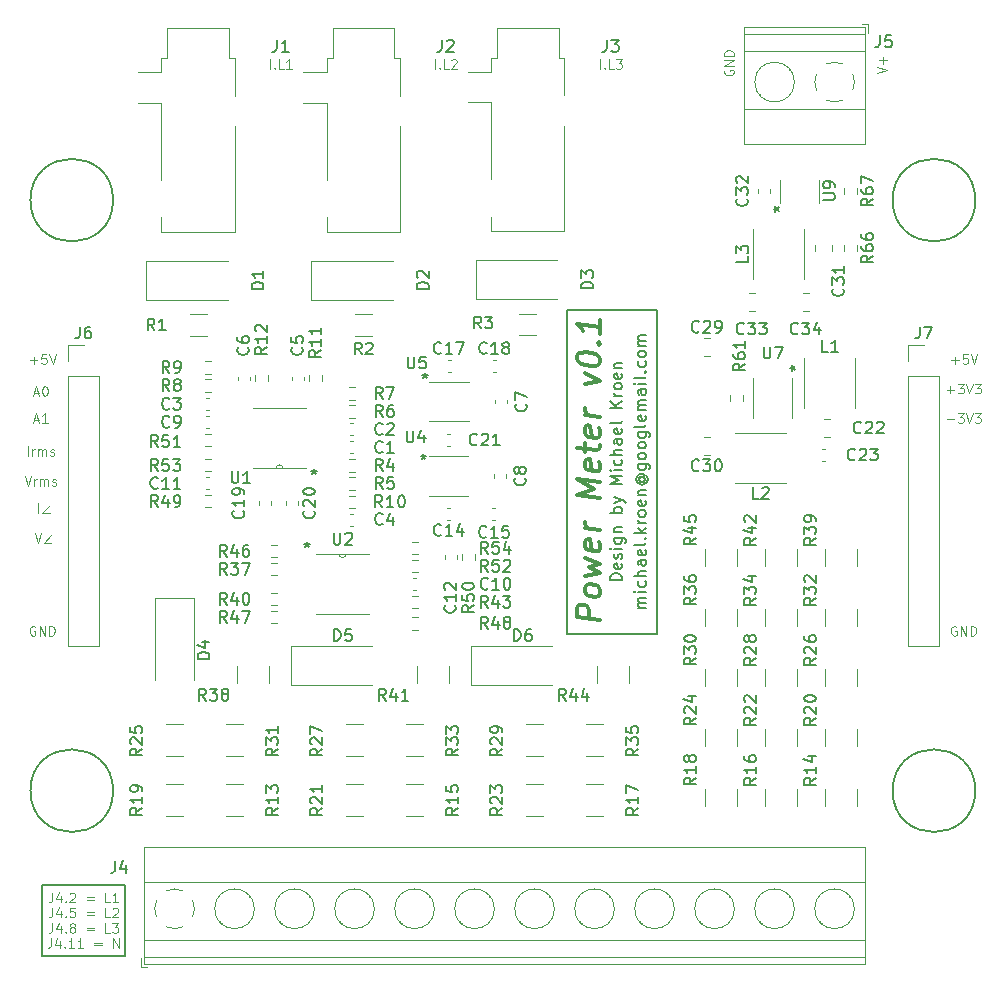
<source format=gbr>
%TF.GenerationSoftware,KiCad,Pcbnew,(6.0.8)*%
%TF.CreationDate,2022-11-04T20:36:36+01:00*%
%TF.ProjectId,Power_Meter,506f7765-725f-44d6-9574-65722e6b6963,rev?*%
%TF.SameCoordinates,Original*%
%TF.FileFunction,Legend,Top*%
%TF.FilePolarity,Positive*%
%FSLAX46Y46*%
G04 Gerber Fmt 4.6, Leading zero omitted, Abs format (unit mm)*
G04 Created by KiCad (PCBNEW (6.0.8)) date 2022-11-04 20:36:36*
%MOMM*%
%LPD*%
G01*
G04 APERTURE LIST*
%ADD10C,0.150000*%
%ADD11C,0.120000*%
%ADD12C,0.300000*%
G04 APERTURE END LIST*
D10*
X151000000Y-125000000D02*
G75*
G03*
X151000000Y-125000000I-3500000J0D01*
G01*
X72000000Y-133000000D02*
X79000000Y-133000000D01*
X79000000Y-133000000D02*
X79000000Y-139000000D01*
X79000000Y-139000000D02*
X72000000Y-139000000D01*
X72000000Y-139000000D02*
X72000000Y-133000000D01*
X78000000Y-125000000D02*
G75*
G03*
X78000000Y-125000000I-3500000J0D01*
G01*
X116439000Y-84263000D02*
X124059000Y-84263000D01*
X124059000Y-84263000D02*
X124059000Y-111695000D01*
X124059000Y-111695000D02*
X116439000Y-111695000D01*
X116439000Y-111695000D02*
X116439000Y-84263000D01*
X151000000Y-75000000D02*
G75*
G03*
X151000000Y-75000000I-3500000J0D01*
G01*
X78000000Y-75000000D02*
G75*
G03*
X78000000Y-75000000I-3500000J0D01*
G01*
D11*
X71310571Y-91319333D02*
X71691523Y-91319333D01*
X71234380Y-91547904D02*
X71501047Y-90747904D01*
X71767714Y-91547904D01*
X72186761Y-90747904D02*
X72262952Y-90747904D01*
X72339142Y-90786000D01*
X72377238Y-90824095D01*
X72415333Y-90900285D01*
X72453428Y-91052666D01*
X72453428Y-91243142D01*
X72415333Y-91395523D01*
X72377238Y-91471714D01*
X72339142Y-91509809D01*
X72262952Y-91547904D01*
X72186761Y-91547904D01*
X72110571Y-91509809D01*
X72072476Y-91471714D01*
X72034380Y-91395523D01*
X71996285Y-91243142D01*
X71996285Y-91052666D01*
X72034380Y-90900285D01*
X72072476Y-90824095D01*
X72110571Y-90786000D01*
X72186761Y-90747904D01*
X70777238Y-96627904D02*
X70777238Y-95827904D01*
X71158190Y-96627904D02*
X71158190Y-96094571D01*
X71158190Y-96246952D02*
X71196285Y-96170761D01*
X71234380Y-96132666D01*
X71310571Y-96094571D01*
X71386761Y-96094571D01*
X71653428Y-96627904D02*
X71653428Y-96094571D01*
X71653428Y-96170761D02*
X71691523Y-96132666D01*
X71767714Y-96094571D01*
X71882000Y-96094571D01*
X71958190Y-96132666D01*
X71996285Y-96208857D01*
X71996285Y-96627904D01*
X71996285Y-96208857D02*
X72034380Y-96132666D01*
X72110571Y-96094571D01*
X72224857Y-96094571D01*
X72301047Y-96132666D01*
X72339142Y-96208857D01*
X72339142Y-96627904D01*
X72682000Y-96589809D02*
X72758190Y-96627904D01*
X72910571Y-96627904D01*
X72986761Y-96589809D01*
X73024857Y-96513619D01*
X73024857Y-96475523D01*
X72986761Y-96399333D01*
X72910571Y-96361238D01*
X72796285Y-96361238D01*
X72720095Y-96323142D01*
X72682000Y-96246952D01*
X72682000Y-96208857D01*
X72720095Y-96132666D01*
X72796285Y-96094571D01*
X72910571Y-96094571D01*
X72986761Y-96132666D01*
X148590476Y-91057142D02*
X149200000Y-91057142D01*
X148895238Y-91361904D02*
X148895238Y-90752380D01*
X149504761Y-90561904D02*
X150000000Y-90561904D01*
X149733333Y-90866666D01*
X149847619Y-90866666D01*
X149923809Y-90904761D01*
X149961904Y-90942857D01*
X150000000Y-91019047D01*
X150000000Y-91209523D01*
X149961904Y-91285714D01*
X149923809Y-91323809D01*
X149847619Y-91361904D01*
X149619047Y-91361904D01*
X149542857Y-91323809D01*
X149504761Y-91285714D01*
X150228571Y-90561904D02*
X150495238Y-91361904D01*
X150761904Y-90561904D01*
X150952380Y-90561904D02*
X151447619Y-90561904D01*
X151180952Y-90866666D01*
X151295238Y-90866666D01*
X151371428Y-90904761D01*
X151409523Y-90942857D01*
X151447619Y-91019047D01*
X151447619Y-91209523D01*
X151409523Y-91285714D01*
X151371428Y-91323809D01*
X151295238Y-91361904D01*
X151066666Y-91361904D01*
X150990476Y-91323809D01*
X150952380Y-91285714D01*
X105276761Y-63861904D02*
X105276761Y-63061904D01*
X105657714Y-63785714D02*
X105695809Y-63823809D01*
X105657714Y-63861904D01*
X105619619Y-63823809D01*
X105657714Y-63785714D01*
X105657714Y-63861904D01*
X106419619Y-63861904D02*
X106038666Y-63861904D01*
X106038666Y-63061904D01*
X106648190Y-63138095D02*
X106686285Y-63100000D01*
X106762476Y-63061904D01*
X106952952Y-63061904D01*
X107029142Y-63100000D01*
X107067238Y-63138095D01*
X107105333Y-63214285D01*
X107105333Y-63290476D01*
X107067238Y-63404761D01*
X106610095Y-63861904D01*
X107105333Y-63861904D01*
X70510571Y-98367904D02*
X70777238Y-99167904D01*
X71043904Y-98367904D01*
X71310571Y-99167904D02*
X71310571Y-98634571D01*
X71310571Y-98786952D02*
X71348666Y-98710761D01*
X71386761Y-98672666D01*
X71462952Y-98634571D01*
X71539142Y-98634571D01*
X71805809Y-99167904D02*
X71805809Y-98634571D01*
X71805809Y-98710761D02*
X71843904Y-98672666D01*
X71920095Y-98634571D01*
X72034380Y-98634571D01*
X72110571Y-98672666D01*
X72148666Y-98748857D01*
X72148666Y-99167904D01*
X72148666Y-98748857D02*
X72186761Y-98672666D01*
X72262952Y-98634571D01*
X72377238Y-98634571D01*
X72453428Y-98672666D01*
X72491523Y-98748857D01*
X72491523Y-99167904D01*
X72834380Y-99129809D02*
X72910571Y-99167904D01*
X73062952Y-99167904D01*
X73139142Y-99129809D01*
X73177238Y-99053619D01*
X73177238Y-99015523D01*
X73139142Y-98939333D01*
X73062952Y-98901238D01*
X72948666Y-98901238D01*
X72872476Y-98863142D01*
X72834380Y-98786952D01*
X72834380Y-98748857D01*
X72872476Y-98672666D01*
X72948666Y-98634571D01*
X73062952Y-98634571D01*
X73139142Y-98672666D01*
X71390476Y-111100000D02*
X71314285Y-111061904D01*
X71200000Y-111061904D01*
X71085714Y-111100000D01*
X71009523Y-111176190D01*
X70971428Y-111252380D01*
X70933333Y-111404761D01*
X70933333Y-111519047D01*
X70971428Y-111671428D01*
X71009523Y-111747619D01*
X71085714Y-111823809D01*
X71200000Y-111861904D01*
X71276190Y-111861904D01*
X71390476Y-111823809D01*
X71428571Y-111785714D01*
X71428571Y-111519047D01*
X71276190Y-111519047D01*
X71771428Y-111861904D02*
X71771428Y-111061904D01*
X72228571Y-111861904D01*
X72228571Y-111061904D01*
X72609523Y-111861904D02*
X72609523Y-111061904D01*
X72800000Y-111061904D01*
X72914285Y-111100000D01*
X72990476Y-111176190D01*
X73028571Y-111252380D01*
X73066666Y-111404761D01*
X73066666Y-111519047D01*
X73028571Y-111671428D01*
X72990476Y-111747619D01*
X72914285Y-111823809D01*
X72800000Y-111861904D01*
X72609523Y-111861904D01*
X119246761Y-63861904D02*
X119246761Y-63061904D01*
X119627714Y-63785714D02*
X119665809Y-63823809D01*
X119627714Y-63861904D01*
X119589619Y-63823809D01*
X119627714Y-63785714D01*
X119627714Y-63861904D01*
X120389619Y-63861904D02*
X120008666Y-63861904D01*
X120008666Y-63061904D01*
X120580095Y-63061904D02*
X121075333Y-63061904D01*
X120808666Y-63366666D01*
X120922952Y-63366666D01*
X120999142Y-63404761D01*
X121037238Y-63442857D01*
X121075333Y-63519047D01*
X121075333Y-63709523D01*
X121037238Y-63785714D01*
X120999142Y-63823809D01*
X120922952Y-63861904D01*
X120694380Y-63861904D01*
X120618190Y-63823809D01*
X120580095Y-63785714D01*
D10*
X123114380Y-109502809D02*
X122447714Y-109502809D01*
X122542952Y-109502809D02*
X122495333Y-109455190D01*
X122447714Y-109359952D01*
X122447714Y-109217095D01*
X122495333Y-109121857D01*
X122590571Y-109074238D01*
X123114380Y-109074238D01*
X122590571Y-109074238D02*
X122495333Y-109026619D01*
X122447714Y-108931380D01*
X122447714Y-108788523D01*
X122495333Y-108693285D01*
X122590571Y-108645666D01*
X123114380Y-108645666D01*
X123114380Y-108169476D02*
X122447714Y-108169476D01*
X122114380Y-108169476D02*
X122162000Y-108217095D01*
X122209619Y-108169476D01*
X122162000Y-108121857D01*
X122114380Y-108169476D01*
X122209619Y-108169476D01*
X123066761Y-107264714D02*
X123114380Y-107359952D01*
X123114380Y-107550428D01*
X123066761Y-107645666D01*
X123019142Y-107693285D01*
X122923904Y-107740904D01*
X122638190Y-107740904D01*
X122542952Y-107693285D01*
X122495333Y-107645666D01*
X122447714Y-107550428D01*
X122447714Y-107359952D01*
X122495333Y-107264714D01*
X123114380Y-106836142D02*
X122114380Y-106836142D01*
X123114380Y-106407571D02*
X122590571Y-106407571D01*
X122495333Y-106455190D01*
X122447714Y-106550428D01*
X122447714Y-106693285D01*
X122495333Y-106788523D01*
X122542952Y-106836142D01*
X123114380Y-105502809D02*
X122590571Y-105502809D01*
X122495333Y-105550428D01*
X122447714Y-105645666D01*
X122447714Y-105836142D01*
X122495333Y-105931380D01*
X123066761Y-105502809D02*
X123114380Y-105598047D01*
X123114380Y-105836142D01*
X123066761Y-105931380D01*
X122971523Y-105979000D01*
X122876285Y-105979000D01*
X122781047Y-105931380D01*
X122733428Y-105836142D01*
X122733428Y-105598047D01*
X122685809Y-105502809D01*
X123066761Y-104645666D02*
X123114380Y-104740904D01*
X123114380Y-104931380D01*
X123066761Y-105026619D01*
X122971523Y-105074238D01*
X122590571Y-105074238D01*
X122495333Y-105026619D01*
X122447714Y-104931380D01*
X122447714Y-104740904D01*
X122495333Y-104645666D01*
X122590571Y-104598047D01*
X122685809Y-104598047D01*
X122781047Y-105074238D01*
X123114380Y-104026619D02*
X123066761Y-104121857D01*
X122971523Y-104169476D01*
X122114380Y-104169476D01*
X123019142Y-103645666D02*
X123066761Y-103598047D01*
X123114380Y-103645666D01*
X123066761Y-103693285D01*
X123019142Y-103645666D01*
X123114380Y-103645666D01*
X123114380Y-103169476D02*
X122114380Y-103169476D01*
X122733428Y-103074238D02*
X123114380Y-102788523D01*
X122447714Y-102788523D02*
X122828666Y-103169476D01*
X123114380Y-102359952D02*
X122447714Y-102359952D01*
X122638190Y-102359952D02*
X122542952Y-102312333D01*
X122495333Y-102264714D01*
X122447714Y-102169476D01*
X122447714Y-102074238D01*
X123114380Y-101598047D02*
X123066761Y-101693285D01*
X123019142Y-101740904D01*
X122923904Y-101788523D01*
X122638190Y-101788523D01*
X122542952Y-101740904D01*
X122495333Y-101693285D01*
X122447714Y-101598047D01*
X122447714Y-101455190D01*
X122495333Y-101359952D01*
X122542952Y-101312333D01*
X122638190Y-101264714D01*
X122923904Y-101264714D01*
X123019142Y-101312333D01*
X123066761Y-101359952D01*
X123114380Y-101455190D01*
X123114380Y-101598047D01*
X123066761Y-100455190D02*
X123114380Y-100550428D01*
X123114380Y-100740904D01*
X123066761Y-100836142D01*
X122971523Y-100883761D01*
X122590571Y-100883761D01*
X122495333Y-100836142D01*
X122447714Y-100740904D01*
X122447714Y-100550428D01*
X122495333Y-100455190D01*
X122590571Y-100407571D01*
X122685809Y-100407571D01*
X122781047Y-100883761D01*
X122447714Y-99979000D02*
X123114380Y-99979000D01*
X122542952Y-99979000D02*
X122495333Y-99931380D01*
X122447714Y-99836142D01*
X122447714Y-99693285D01*
X122495333Y-99598047D01*
X122590571Y-99550428D01*
X123114380Y-99550428D01*
X122638190Y-98455190D02*
X122590571Y-98502809D01*
X122542952Y-98598047D01*
X122542952Y-98693285D01*
X122590571Y-98788523D01*
X122638190Y-98836142D01*
X122733428Y-98883761D01*
X122828666Y-98883761D01*
X122923904Y-98836142D01*
X122971523Y-98788523D01*
X123019142Y-98693285D01*
X123019142Y-98598047D01*
X122971523Y-98502809D01*
X122923904Y-98455190D01*
X122542952Y-98455190D02*
X122923904Y-98455190D01*
X122971523Y-98407571D01*
X122971523Y-98359952D01*
X122923904Y-98264714D01*
X122828666Y-98217095D01*
X122590571Y-98217095D01*
X122447714Y-98312333D01*
X122352476Y-98455190D01*
X122304857Y-98645666D01*
X122352476Y-98836142D01*
X122447714Y-98979000D01*
X122590571Y-99074238D01*
X122781047Y-99121857D01*
X122971523Y-99074238D01*
X123114380Y-98979000D01*
X123209619Y-98836142D01*
X123257238Y-98645666D01*
X123209619Y-98455190D01*
X123114380Y-98312333D01*
X122447714Y-97359952D02*
X123257238Y-97359952D01*
X123352476Y-97407571D01*
X123400095Y-97455190D01*
X123447714Y-97550428D01*
X123447714Y-97693285D01*
X123400095Y-97788523D01*
X123066761Y-97359952D02*
X123114380Y-97455190D01*
X123114380Y-97645666D01*
X123066761Y-97740904D01*
X123019142Y-97788523D01*
X122923904Y-97836142D01*
X122638190Y-97836142D01*
X122542952Y-97788523D01*
X122495333Y-97740904D01*
X122447714Y-97645666D01*
X122447714Y-97455190D01*
X122495333Y-97359952D01*
X123114380Y-96740904D02*
X123066761Y-96836142D01*
X123019142Y-96883761D01*
X122923904Y-96931380D01*
X122638190Y-96931380D01*
X122542952Y-96883761D01*
X122495333Y-96836142D01*
X122447714Y-96740904D01*
X122447714Y-96598047D01*
X122495333Y-96502809D01*
X122542952Y-96455190D01*
X122638190Y-96407571D01*
X122923904Y-96407571D01*
X123019142Y-96455190D01*
X123066761Y-96502809D01*
X123114380Y-96598047D01*
X123114380Y-96740904D01*
X123114380Y-95836142D02*
X123066761Y-95931380D01*
X123019142Y-95979000D01*
X122923904Y-96026619D01*
X122638190Y-96026619D01*
X122542952Y-95979000D01*
X122495333Y-95931380D01*
X122447714Y-95836142D01*
X122447714Y-95693285D01*
X122495333Y-95598047D01*
X122542952Y-95550428D01*
X122638190Y-95502809D01*
X122923904Y-95502809D01*
X123019142Y-95550428D01*
X123066761Y-95598047D01*
X123114380Y-95693285D01*
X123114380Y-95836142D01*
X122447714Y-94645666D02*
X123257238Y-94645666D01*
X123352476Y-94693285D01*
X123400095Y-94740904D01*
X123447714Y-94836142D01*
X123447714Y-94979000D01*
X123400095Y-95074238D01*
X123066761Y-94645666D02*
X123114380Y-94740904D01*
X123114380Y-94931380D01*
X123066761Y-95026619D01*
X123019142Y-95074238D01*
X122923904Y-95121857D01*
X122638190Y-95121857D01*
X122542952Y-95074238D01*
X122495333Y-95026619D01*
X122447714Y-94931380D01*
X122447714Y-94740904D01*
X122495333Y-94645666D01*
X123114380Y-94026619D02*
X123066761Y-94121857D01*
X122971523Y-94169476D01*
X122114380Y-94169476D01*
X123066761Y-93264714D02*
X123114380Y-93359952D01*
X123114380Y-93550428D01*
X123066761Y-93645666D01*
X122971523Y-93693285D01*
X122590571Y-93693285D01*
X122495333Y-93645666D01*
X122447714Y-93550428D01*
X122447714Y-93359952D01*
X122495333Y-93264714D01*
X122590571Y-93217095D01*
X122685809Y-93217095D01*
X122781047Y-93693285D01*
X123114380Y-92788523D02*
X122447714Y-92788523D01*
X122542952Y-92788523D02*
X122495333Y-92740904D01*
X122447714Y-92645666D01*
X122447714Y-92502809D01*
X122495333Y-92407571D01*
X122590571Y-92359952D01*
X123114380Y-92359952D01*
X122590571Y-92359952D02*
X122495333Y-92312333D01*
X122447714Y-92217095D01*
X122447714Y-92074238D01*
X122495333Y-91979000D01*
X122590571Y-91931380D01*
X123114380Y-91931380D01*
X123114380Y-91026619D02*
X122590571Y-91026619D01*
X122495333Y-91074238D01*
X122447714Y-91169476D01*
X122447714Y-91359952D01*
X122495333Y-91455190D01*
X123066761Y-91026619D02*
X123114380Y-91121857D01*
X123114380Y-91359952D01*
X123066761Y-91455190D01*
X122971523Y-91502809D01*
X122876285Y-91502809D01*
X122781047Y-91455190D01*
X122733428Y-91359952D01*
X122733428Y-91121857D01*
X122685809Y-91026619D01*
X123114380Y-90550428D02*
X122447714Y-90550428D01*
X122114380Y-90550428D02*
X122162000Y-90598047D01*
X122209619Y-90550428D01*
X122162000Y-90502809D01*
X122114380Y-90550428D01*
X122209619Y-90550428D01*
X123114380Y-89931380D02*
X123066761Y-90026619D01*
X122971523Y-90074238D01*
X122114380Y-90074238D01*
X123019142Y-89550428D02*
X123066761Y-89502809D01*
X123114380Y-89550428D01*
X123066761Y-89598047D01*
X123019142Y-89550428D01*
X123114380Y-89550428D01*
X123066761Y-88645666D02*
X123114380Y-88740904D01*
X123114380Y-88931380D01*
X123066761Y-89026619D01*
X123019142Y-89074238D01*
X122923904Y-89121857D01*
X122638190Y-89121857D01*
X122542952Y-89074238D01*
X122495333Y-89026619D01*
X122447714Y-88931380D01*
X122447714Y-88740904D01*
X122495333Y-88645666D01*
X123114380Y-88074238D02*
X123066761Y-88169476D01*
X123019142Y-88217095D01*
X122923904Y-88264714D01*
X122638190Y-88264714D01*
X122542952Y-88217095D01*
X122495333Y-88169476D01*
X122447714Y-88074238D01*
X122447714Y-87931380D01*
X122495333Y-87836142D01*
X122542952Y-87788523D01*
X122638190Y-87740904D01*
X122923904Y-87740904D01*
X123019142Y-87788523D01*
X123066761Y-87836142D01*
X123114380Y-87931380D01*
X123114380Y-88074238D01*
X123114380Y-87312333D02*
X122447714Y-87312333D01*
X122542952Y-87312333D02*
X122495333Y-87264714D01*
X122447714Y-87169476D01*
X122447714Y-87026619D01*
X122495333Y-86931380D01*
X122590571Y-86883761D01*
X123114380Y-86883761D01*
X122590571Y-86883761D02*
X122495333Y-86836142D01*
X122447714Y-86740904D01*
X122447714Y-86598047D01*
X122495333Y-86502809D01*
X122590571Y-86455190D01*
X123114380Y-86455190D01*
D11*
X71310571Y-93605333D02*
X71691523Y-93605333D01*
X71234380Y-93833904D02*
X71501047Y-93033904D01*
X71767714Y-93833904D01*
X72453428Y-93833904D02*
X71996285Y-93833904D01*
X72224857Y-93833904D02*
X72224857Y-93033904D01*
X72148666Y-93148190D01*
X72072476Y-93224380D01*
X71996285Y-93262476D01*
X70971428Y-88557142D02*
X71580952Y-88557142D01*
X71276190Y-88861904D02*
X71276190Y-88252380D01*
X72342857Y-88061904D02*
X71961904Y-88061904D01*
X71923809Y-88442857D01*
X71961904Y-88404761D01*
X72038095Y-88366666D01*
X72228571Y-88366666D01*
X72304761Y-88404761D01*
X72342857Y-88442857D01*
X72380952Y-88519047D01*
X72380952Y-88709523D01*
X72342857Y-88785714D01*
X72304761Y-88823809D01*
X72228571Y-88861904D01*
X72038095Y-88861904D01*
X71961904Y-88823809D01*
X71923809Y-88785714D01*
X72609523Y-88061904D02*
X72876190Y-88861904D01*
X73142857Y-88061904D01*
X71640761Y-101453904D02*
X71640761Y-100653904D01*
X72631238Y-100844380D02*
X72021714Y-101453904D01*
X72631238Y-101453904D01*
X149390476Y-111100000D02*
X149314285Y-111061904D01*
X149200000Y-111061904D01*
X149085714Y-111100000D01*
X149009523Y-111176190D01*
X148971428Y-111252380D01*
X148933333Y-111404761D01*
X148933333Y-111519047D01*
X148971428Y-111671428D01*
X149009523Y-111747619D01*
X149085714Y-111823809D01*
X149200000Y-111861904D01*
X149276190Y-111861904D01*
X149390476Y-111823809D01*
X149428571Y-111785714D01*
X149428571Y-111519047D01*
X149276190Y-111519047D01*
X149771428Y-111861904D02*
X149771428Y-111061904D01*
X150228571Y-111861904D01*
X150228571Y-111061904D01*
X150609523Y-111861904D02*
X150609523Y-111061904D01*
X150800000Y-111061904D01*
X150914285Y-111100000D01*
X150990476Y-111176190D01*
X151028571Y-111252380D01*
X151066666Y-111404761D01*
X151066666Y-111519047D01*
X151028571Y-111671428D01*
X150990476Y-111747619D01*
X150914285Y-111823809D01*
X150800000Y-111861904D01*
X150609523Y-111861904D01*
X71374095Y-103193904D02*
X71640761Y-103993904D01*
X71907428Y-103193904D01*
X72783619Y-103384380D02*
X72174095Y-103993904D01*
X72783619Y-103993904D01*
X148590476Y-93557142D02*
X149200000Y-93557142D01*
X149504761Y-93061904D02*
X150000000Y-93061904D01*
X149733333Y-93366666D01*
X149847619Y-93366666D01*
X149923809Y-93404761D01*
X149961904Y-93442857D01*
X150000000Y-93519047D01*
X150000000Y-93709523D01*
X149961904Y-93785714D01*
X149923809Y-93823809D01*
X149847619Y-93861904D01*
X149619047Y-93861904D01*
X149542857Y-93823809D01*
X149504761Y-93785714D01*
X150228571Y-93061904D02*
X150495238Y-93861904D01*
X150761904Y-93061904D01*
X150952380Y-93061904D02*
X151447619Y-93061904D01*
X151180952Y-93366666D01*
X151295238Y-93366666D01*
X151371428Y-93404761D01*
X151409523Y-93442857D01*
X151447619Y-93519047D01*
X151447619Y-93709523D01*
X151409523Y-93785714D01*
X151371428Y-93823809D01*
X151295238Y-93861904D01*
X151066666Y-93861904D01*
X150990476Y-93823809D01*
X150952380Y-93785714D01*
D10*
X121082380Y-107169476D02*
X120082380Y-107169476D01*
X120082380Y-106931380D01*
X120130000Y-106788523D01*
X120225238Y-106693285D01*
X120320476Y-106645666D01*
X120510952Y-106598047D01*
X120653809Y-106598047D01*
X120844285Y-106645666D01*
X120939523Y-106693285D01*
X121034761Y-106788523D01*
X121082380Y-106931380D01*
X121082380Y-107169476D01*
X121034761Y-105788523D02*
X121082380Y-105883761D01*
X121082380Y-106074238D01*
X121034761Y-106169476D01*
X120939523Y-106217095D01*
X120558571Y-106217095D01*
X120463333Y-106169476D01*
X120415714Y-106074238D01*
X120415714Y-105883761D01*
X120463333Y-105788523D01*
X120558571Y-105740904D01*
X120653809Y-105740904D01*
X120749047Y-106217095D01*
X121034761Y-105359952D02*
X121082380Y-105264714D01*
X121082380Y-105074238D01*
X121034761Y-104979000D01*
X120939523Y-104931380D01*
X120891904Y-104931380D01*
X120796666Y-104979000D01*
X120749047Y-105074238D01*
X120749047Y-105217095D01*
X120701428Y-105312333D01*
X120606190Y-105359952D01*
X120558571Y-105359952D01*
X120463333Y-105312333D01*
X120415714Y-105217095D01*
X120415714Y-105074238D01*
X120463333Y-104979000D01*
X121082380Y-104502809D02*
X120415714Y-104502809D01*
X120082380Y-104502809D02*
X120130000Y-104550428D01*
X120177619Y-104502809D01*
X120130000Y-104455190D01*
X120082380Y-104502809D01*
X120177619Y-104502809D01*
X120415714Y-103598047D02*
X121225238Y-103598047D01*
X121320476Y-103645666D01*
X121368095Y-103693285D01*
X121415714Y-103788523D01*
X121415714Y-103931380D01*
X121368095Y-104026619D01*
X121034761Y-103598047D02*
X121082380Y-103693285D01*
X121082380Y-103883761D01*
X121034761Y-103979000D01*
X120987142Y-104026619D01*
X120891904Y-104074238D01*
X120606190Y-104074238D01*
X120510952Y-104026619D01*
X120463333Y-103979000D01*
X120415714Y-103883761D01*
X120415714Y-103693285D01*
X120463333Y-103598047D01*
X120415714Y-103121857D02*
X121082380Y-103121857D01*
X120510952Y-103121857D02*
X120463333Y-103074238D01*
X120415714Y-102979000D01*
X120415714Y-102836142D01*
X120463333Y-102740904D01*
X120558571Y-102693285D01*
X121082380Y-102693285D01*
X121082380Y-101455190D02*
X120082380Y-101455190D01*
X120463333Y-101455190D02*
X120415714Y-101359952D01*
X120415714Y-101169476D01*
X120463333Y-101074238D01*
X120510952Y-101026619D01*
X120606190Y-100979000D01*
X120891904Y-100979000D01*
X120987142Y-101026619D01*
X121034761Y-101074238D01*
X121082380Y-101169476D01*
X121082380Y-101359952D01*
X121034761Y-101455190D01*
X120415714Y-100645666D02*
X121082380Y-100407571D01*
X120415714Y-100169476D02*
X121082380Y-100407571D01*
X121320476Y-100502809D01*
X121368095Y-100550428D01*
X121415714Y-100645666D01*
X121082380Y-99026619D02*
X120082380Y-99026619D01*
X120796666Y-98693285D01*
X120082380Y-98359952D01*
X121082380Y-98359952D01*
X121082380Y-97883761D02*
X120415714Y-97883761D01*
X120082380Y-97883761D02*
X120130000Y-97931380D01*
X120177619Y-97883761D01*
X120130000Y-97836142D01*
X120082380Y-97883761D01*
X120177619Y-97883761D01*
X121034761Y-96979000D02*
X121082380Y-97074238D01*
X121082380Y-97264714D01*
X121034761Y-97359952D01*
X120987142Y-97407571D01*
X120891904Y-97455190D01*
X120606190Y-97455190D01*
X120510952Y-97407571D01*
X120463333Y-97359952D01*
X120415714Y-97264714D01*
X120415714Y-97074238D01*
X120463333Y-96979000D01*
X121082380Y-96550428D02*
X120082380Y-96550428D01*
X121082380Y-96121857D02*
X120558571Y-96121857D01*
X120463333Y-96169476D01*
X120415714Y-96264714D01*
X120415714Y-96407571D01*
X120463333Y-96502809D01*
X120510952Y-96550428D01*
X121082380Y-95217095D02*
X120558571Y-95217095D01*
X120463333Y-95264714D01*
X120415714Y-95359952D01*
X120415714Y-95550428D01*
X120463333Y-95645666D01*
X121034761Y-95217095D02*
X121082380Y-95312333D01*
X121082380Y-95550428D01*
X121034761Y-95645666D01*
X120939523Y-95693285D01*
X120844285Y-95693285D01*
X120749047Y-95645666D01*
X120701428Y-95550428D01*
X120701428Y-95312333D01*
X120653809Y-95217095D01*
X121034761Y-94359952D02*
X121082380Y-94455190D01*
X121082380Y-94645666D01*
X121034761Y-94740904D01*
X120939523Y-94788523D01*
X120558571Y-94788523D01*
X120463333Y-94740904D01*
X120415714Y-94645666D01*
X120415714Y-94455190D01*
X120463333Y-94359952D01*
X120558571Y-94312333D01*
X120653809Y-94312333D01*
X120749047Y-94788523D01*
X121082380Y-93740904D02*
X121034761Y-93836142D01*
X120939523Y-93883761D01*
X120082380Y-93883761D01*
X121082380Y-92598047D02*
X120082380Y-92598047D01*
X121082380Y-92026619D02*
X120510952Y-92455190D01*
X120082380Y-92026619D02*
X120653809Y-92598047D01*
X121082380Y-91598047D02*
X120415714Y-91598047D01*
X120606190Y-91598047D02*
X120510952Y-91550428D01*
X120463333Y-91502809D01*
X120415714Y-91407571D01*
X120415714Y-91312333D01*
X121082380Y-90836142D02*
X121034761Y-90931380D01*
X120987142Y-90979000D01*
X120891904Y-91026619D01*
X120606190Y-91026619D01*
X120510952Y-90979000D01*
X120463333Y-90931380D01*
X120415714Y-90836142D01*
X120415714Y-90693285D01*
X120463333Y-90598047D01*
X120510952Y-90550428D01*
X120606190Y-90502809D01*
X120891904Y-90502809D01*
X120987142Y-90550428D01*
X121034761Y-90598047D01*
X121082380Y-90693285D01*
X121082380Y-90836142D01*
X121034761Y-89693285D02*
X121082380Y-89788523D01*
X121082380Y-89979000D01*
X121034761Y-90074238D01*
X120939523Y-90121857D01*
X120558571Y-90121857D01*
X120463333Y-90074238D01*
X120415714Y-89979000D01*
X120415714Y-89788523D01*
X120463333Y-89693285D01*
X120558571Y-89645666D01*
X120653809Y-89645666D01*
X120749047Y-90121857D01*
X120415714Y-89217095D02*
X121082380Y-89217095D01*
X120510952Y-89217095D02*
X120463333Y-89169476D01*
X120415714Y-89074238D01*
X120415714Y-88931380D01*
X120463333Y-88836142D01*
X120558571Y-88788523D01*
X121082380Y-88788523D01*
D11*
X91306761Y-63861904D02*
X91306761Y-63061904D01*
X91687714Y-63785714D02*
X91725809Y-63823809D01*
X91687714Y-63861904D01*
X91649619Y-63823809D01*
X91687714Y-63785714D01*
X91687714Y-63861904D01*
X92449619Y-63861904D02*
X92068666Y-63861904D01*
X92068666Y-63061904D01*
X93135333Y-63861904D02*
X92678190Y-63861904D01*
X92906761Y-63861904D02*
X92906761Y-63061904D01*
X92830571Y-63176190D01*
X92754380Y-63252380D01*
X92678190Y-63290476D01*
X129775000Y-63982523D02*
X129736904Y-64058714D01*
X129736904Y-64173000D01*
X129775000Y-64287285D01*
X129851190Y-64363476D01*
X129927380Y-64401571D01*
X130079761Y-64439666D01*
X130194047Y-64439666D01*
X130346428Y-64401571D01*
X130422619Y-64363476D01*
X130498809Y-64287285D01*
X130536904Y-64173000D01*
X130536904Y-64096809D01*
X130498809Y-63982523D01*
X130460714Y-63944428D01*
X130194047Y-63944428D01*
X130194047Y-64096809D01*
X130536904Y-63601571D02*
X129736904Y-63601571D01*
X130536904Y-63144428D01*
X129736904Y-63144428D01*
X130536904Y-62763476D02*
X129736904Y-62763476D01*
X129736904Y-62573000D01*
X129775000Y-62458714D01*
X129851190Y-62382523D01*
X129927380Y-62344428D01*
X130079761Y-62306333D01*
X130194047Y-62306333D01*
X130346428Y-62344428D01*
X130422619Y-62382523D01*
X130498809Y-62458714D01*
X130536904Y-62573000D01*
X130536904Y-62763476D01*
X142690904Y-64261904D02*
X143490904Y-63995238D01*
X142690904Y-63728571D01*
X143186142Y-63461904D02*
X143186142Y-62852380D01*
X143490904Y-63157142D02*
X142881380Y-63157142D01*
X148971428Y-88557142D02*
X149580952Y-88557142D01*
X149276190Y-88861904D02*
X149276190Y-88252380D01*
X150342857Y-88061904D02*
X149961904Y-88061904D01*
X149923809Y-88442857D01*
X149961904Y-88404761D01*
X150038095Y-88366666D01*
X150228571Y-88366666D01*
X150304761Y-88404761D01*
X150342857Y-88442857D01*
X150380952Y-88519047D01*
X150380952Y-88709523D01*
X150342857Y-88785714D01*
X150304761Y-88823809D01*
X150228571Y-88861904D01*
X150038095Y-88861904D01*
X149961904Y-88823809D01*
X149923809Y-88785714D01*
X150609523Y-88061904D02*
X150876190Y-88861904D01*
X151142857Y-88061904D01*
D12*
X119248761Y-110581011D02*
X117248761Y-110331011D01*
X117248761Y-109569107D01*
X117344000Y-109390535D01*
X117439238Y-109307202D01*
X117629714Y-109235773D01*
X117915428Y-109271488D01*
X118105904Y-109390535D01*
X118201142Y-109497678D01*
X118296380Y-109700059D01*
X118296380Y-110461964D01*
X119248761Y-108295297D02*
X119153523Y-108473869D01*
X119058285Y-108557202D01*
X118867809Y-108628630D01*
X118296380Y-108557202D01*
X118105904Y-108438154D01*
X118010666Y-108331011D01*
X117915428Y-108128630D01*
X117915428Y-107842916D01*
X118010666Y-107664345D01*
X118105904Y-107581011D01*
X118296380Y-107509583D01*
X118867809Y-107581011D01*
X119058285Y-107700059D01*
X119153523Y-107807202D01*
X119248761Y-108009583D01*
X119248761Y-108295297D01*
X117915428Y-106795297D02*
X119248761Y-106581011D01*
X118296380Y-106081011D01*
X119248761Y-105819107D01*
X117915428Y-105271488D01*
X119153523Y-103902440D02*
X119248761Y-104104821D01*
X119248761Y-104485773D01*
X119153523Y-104664345D01*
X118963047Y-104735773D01*
X118201142Y-104640535D01*
X118010666Y-104521488D01*
X117915428Y-104319107D01*
X117915428Y-103938154D01*
X118010666Y-103759583D01*
X118201142Y-103688154D01*
X118391619Y-103711964D01*
X118582095Y-104688154D01*
X119248761Y-102961964D02*
X117915428Y-102795297D01*
X118296380Y-102842916D02*
X118105904Y-102723869D01*
X118010666Y-102616726D01*
X117915428Y-102414345D01*
X117915428Y-102223869D01*
X119248761Y-100200059D02*
X117248761Y-99950059D01*
X118677333Y-99461964D01*
X117248761Y-98616726D01*
X119248761Y-98866726D01*
X119153523Y-97140535D02*
X119248761Y-97342916D01*
X119248761Y-97723869D01*
X119153523Y-97902440D01*
X118963047Y-97973869D01*
X118201142Y-97878630D01*
X118010666Y-97759583D01*
X117915428Y-97557202D01*
X117915428Y-97176250D01*
X118010666Y-96997678D01*
X118201142Y-96926250D01*
X118391619Y-96950059D01*
X118582095Y-97926250D01*
X117915428Y-96319107D02*
X117915428Y-95557202D01*
X117248761Y-95950059D02*
X118963047Y-96164345D01*
X119153523Y-96092916D01*
X119248761Y-95914345D01*
X119248761Y-95723869D01*
X119153523Y-94283392D02*
X119248761Y-94485773D01*
X119248761Y-94866726D01*
X119153523Y-95045297D01*
X118963047Y-95116726D01*
X118201142Y-95021488D01*
X118010666Y-94902440D01*
X117915428Y-94700059D01*
X117915428Y-94319107D01*
X118010666Y-94140535D01*
X118201142Y-94069107D01*
X118391619Y-94092916D01*
X118582095Y-95069107D01*
X119248761Y-93342916D02*
X117915428Y-93176250D01*
X118296380Y-93223869D02*
X118105904Y-93104821D01*
X118010666Y-92997678D01*
X117915428Y-92795297D01*
X117915428Y-92604821D01*
X117915428Y-90604821D02*
X119248761Y-90295297D01*
X117915428Y-89652440D01*
X117248761Y-88426250D02*
X117248761Y-88235773D01*
X117344000Y-88057202D01*
X117439238Y-87973869D01*
X117629714Y-87902440D01*
X118010666Y-87854821D01*
X118486857Y-87914345D01*
X118867809Y-88057202D01*
X119058285Y-88176250D01*
X119153523Y-88283392D01*
X119248761Y-88485773D01*
X119248761Y-88676250D01*
X119153523Y-88854821D01*
X119058285Y-88938154D01*
X118867809Y-89009583D01*
X118486857Y-89057202D01*
X118010666Y-88997678D01*
X117629714Y-88854821D01*
X117439238Y-88735773D01*
X117344000Y-88628630D01*
X117248761Y-88426250D01*
X119058285Y-87128630D02*
X119153523Y-87045297D01*
X119248761Y-87152440D01*
X119153523Y-87235773D01*
X119058285Y-87128630D01*
X119248761Y-87152440D01*
X119248761Y-85152440D02*
X119248761Y-86295297D01*
X119248761Y-85723869D02*
X117248761Y-85473869D01*
X117534476Y-85700059D01*
X117724952Y-85914345D01*
X117820190Y-86116726D01*
D11*
X72852380Y-133629904D02*
X72852380Y-134201333D01*
X72814285Y-134315619D01*
X72738095Y-134391809D01*
X72623809Y-134429904D01*
X72547619Y-134429904D01*
X73576190Y-133896571D02*
X73576190Y-134429904D01*
X73385714Y-133591809D02*
X73195238Y-134163238D01*
X73690476Y-134163238D01*
X73995238Y-134353714D02*
X74033333Y-134391809D01*
X73995238Y-134429904D01*
X73957142Y-134391809D01*
X73995238Y-134353714D01*
X73995238Y-134429904D01*
X74338095Y-133706095D02*
X74376190Y-133668000D01*
X74452380Y-133629904D01*
X74642857Y-133629904D01*
X74719047Y-133668000D01*
X74757142Y-133706095D01*
X74795238Y-133782285D01*
X74795238Y-133858476D01*
X74757142Y-133972761D01*
X74300000Y-134429904D01*
X74795238Y-134429904D01*
X75747619Y-134010857D02*
X76357142Y-134010857D01*
X76357142Y-134239428D02*
X75747619Y-134239428D01*
X77728571Y-134429904D02*
X77347619Y-134429904D01*
X77347619Y-133629904D01*
X78414285Y-134429904D02*
X77957142Y-134429904D01*
X78185714Y-134429904D02*
X78185714Y-133629904D01*
X78109523Y-133744190D01*
X78033333Y-133820380D01*
X77957142Y-133858476D01*
X72852380Y-134917904D02*
X72852380Y-135489333D01*
X72814285Y-135603619D01*
X72738095Y-135679809D01*
X72623809Y-135717904D01*
X72547619Y-135717904D01*
X73576190Y-135184571D02*
X73576190Y-135717904D01*
X73385714Y-134879809D02*
X73195238Y-135451238D01*
X73690476Y-135451238D01*
X73995238Y-135641714D02*
X74033333Y-135679809D01*
X73995238Y-135717904D01*
X73957142Y-135679809D01*
X73995238Y-135641714D01*
X73995238Y-135717904D01*
X74757142Y-134917904D02*
X74376190Y-134917904D01*
X74338095Y-135298857D01*
X74376190Y-135260761D01*
X74452380Y-135222666D01*
X74642857Y-135222666D01*
X74719047Y-135260761D01*
X74757142Y-135298857D01*
X74795238Y-135375047D01*
X74795238Y-135565523D01*
X74757142Y-135641714D01*
X74719047Y-135679809D01*
X74642857Y-135717904D01*
X74452380Y-135717904D01*
X74376190Y-135679809D01*
X74338095Y-135641714D01*
X75747619Y-135298857D02*
X76357142Y-135298857D01*
X76357142Y-135527428D02*
X75747619Y-135527428D01*
X77728571Y-135717904D02*
X77347619Y-135717904D01*
X77347619Y-134917904D01*
X77957142Y-134994095D02*
X77995238Y-134956000D01*
X78071428Y-134917904D01*
X78261904Y-134917904D01*
X78338095Y-134956000D01*
X78376190Y-134994095D01*
X78414285Y-135070285D01*
X78414285Y-135146476D01*
X78376190Y-135260761D01*
X77919047Y-135717904D01*
X78414285Y-135717904D01*
X72852380Y-136205904D02*
X72852380Y-136777333D01*
X72814285Y-136891619D01*
X72738095Y-136967809D01*
X72623809Y-137005904D01*
X72547619Y-137005904D01*
X73576190Y-136472571D02*
X73576190Y-137005904D01*
X73385714Y-136167809D02*
X73195238Y-136739238D01*
X73690476Y-136739238D01*
X73995238Y-136929714D02*
X74033333Y-136967809D01*
X73995238Y-137005904D01*
X73957142Y-136967809D01*
X73995238Y-136929714D01*
X73995238Y-137005904D01*
X74490476Y-136548761D02*
X74414285Y-136510666D01*
X74376190Y-136472571D01*
X74338095Y-136396380D01*
X74338095Y-136358285D01*
X74376190Y-136282095D01*
X74414285Y-136244000D01*
X74490476Y-136205904D01*
X74642857Y-136205904D01*
X74719047Y-136244000D01*
X74757142Y-136282095D01*
X74795238Y-136358285D01*
X74795238Y-136396380D01*
X74757142Y-136472571D01*
X74719047Y-136510666D01*
X74642857Y-136548761D01*
X74490476Y-136548761D01*
X74414285Y-136586857D01*
X74376190Y-136624952D01*
X74338095Y-136701142D01*
X74338095Y-136853523D01*
X74376190Y-136929714D01*
X74414285Y-136967809D01*
X74490476Y-137005904D01*
X74642857Y-137005904D01*
X74719047Y-136967809D01*
X74757142Y-136929714D01*
X74795238Y-136853523D01*
X74795238Y-136701142D01*
X74757142Y-136624952D01*
X74719047Y-136586857D01*
X74642857Y-136548761D01*
X75747619Y-136586857D02*
X76357142Y-136586857D01*
X76357142Y-136815428D02*
X75747619Y-136815428D01*
X77728571Y-137005904D02*
X77347619Y-137005904D01*
X77347619Y-136205904D01*
X77919047Y-136205904D02*
X78414285Y-136205904D01*
X78147619Y-136510666D01*
X78261904Y-136510666D01*
X78338095Y-136548761D01*
X78376190Y-136586857D01*
X78414285Y-136663047D01*
X78414285Y-136853523D01*
X78376190Y-136929714D01*
X78338095Y-136967809D01*
X78261904Y-137005904D01*
X78033333Y-137005904D01*
X77957142Y-136967809D01*
X77919047Y-136929714D01*
X72757142Y-137493904D02*
X72757142Y-138065333D01*
X72719047Y-138179619D01*
X72642857Y-138255809D01*
X72528571Y-138293904D01*
X72452380Y-138293904D01*
X73480952Y-137760571D02*
X73480952Y-138293904D01*
X73290476Y-137455809D02*
X73100000Y-138027238D01*
X73595238Y-138027238D01*
X73900000Y-138217714D02*
X73938095Y-138255809D01*
X73900000Y-138293904D01*
X73861904Y-138255809D01*
X73900000Y-138217714D01*
X73900000Y-138293904D01*
X74700000Y-138293904D02*
X74242857Y-138293904D01*
X74471428Y-138293904D02*
X74471428Y-137493904D01*
X74395238Y-137608190D01*
X74319047Y-137684380D01*
X74242857Y-137722476D01*
X75461904Y-138293904D02*
X75004761Y-138293904D01*
X75233333Y-138293904D02*
X75233333Y-137493904D01*
X75157142Y-137608190D01*
X75080952Y-137684380D01*
X75004761Y-137722476D01*
X76414285Y-137874857D02*
X77023809Y-137874857D01*
X77023809Y-138103428D02*
X76414285Y-138103428D01*
X78014285Y-138293904D02*
X78014285Y-137493904D01*
X78471428Y-138293904D01*
X78471428Y-137493904D01*
D10*
%TO.C,C18*%
X109629642Y-87932043D02*
X109582023Y-87979662D01*
X109439166Y-88027281D01*
X109343928Y-88027281D01*
X109201071Y-87979662D01*
X109105833Y-87884424D01*
X109058214Y-87789186D01*
X109010595Y-87598710D01*
X109010595Y-87455853D01*
X109058214Y-87265377D01*
X109105833Y-87170139D01*
X109201071Y-87074901D01*
X109343928Y-87027281D01*
X109439166Y-87027281D01*
X109582023Y-87074901D01*
X109629642Y-87122520D01*
X110582023Y-88027281D02*
X110010595Y-88027281D01*
X110296309Y-88027281D02*
X110296309Y-87027281D01*
X110201071Y-87170139D01*
X110105833Y-87265377D01*
X110010595Y-87312996D01*
X111153452Y-87455853D02*
X111058214Y-87408234D01*
X111010595Y-87360615D01*
X110962976Y-87265377D01*
X110962976Y-87217758D01*
X111010595Y-87122520D01*
X111058214Y-87074901D01*
X111153452Y-87027281D01*
X111343928Y-87027281D01*
X111439166Y-87074901D01*
X111486785Y-87122520D01*
X111534404Y-87217758D01*
X111534404Y-87265377D01*
X111486785Y-87360615D01*
X111439166Y-87408234D01*
X111343928Y-87455853D01*
X111153452Y-87455853D01*
X111058214Y-87503472D01*
X111010595Y-87551091D01*
X110962976Y-87646329D01*
X110962976Y-87836805D01*
X111010595Y-87932043D01*
X111058214Y-87979662D01*
X111153452Y-88027281D01*
X111343928Y-88027281D01*
X111439166Y-87979662D01*
X111486785Y-87932043D01*
X111534404Y-87836805D01*
X111534404Y-87646329D01*
X111486785Y-87551091D01*
X111439166Y-87503472D01*
X111343928Y-87455853D01*
%TO.C,U4*%
X102850095Y-94512280D02*
X102850095Y-95321804D01*
X102897714Y-95417042D01*
X102945333Y-95464661D01*
X103040571Y-95512280D01*
X103231047Y-95512280D01*
X103326285Y-95464661D01*
X103373904Y-95417042D01*
X103421523Y-95321804D01*
X103421523Y-94512280D01*
X104326285Y-94845614D02*
X104326285Y-95512280D01*
X104088190Y-94464661D02*
X103850095Y-95178947D01*
X104469142Y-95178947D01*
X104267000Y-96480380D02*
X104267000Y-96718476D01*
X104028904Y-96623238D02*
X104267000Y-96718476D01*
X104505095Y-96623238D01*
X104124142Y-96908952D02*
X104267000Y-96718476D01*
X104409857Y-96908952D01*
%TO.C,C33*%
X131417142Y-86271142D02*
X131369523Y-86318761D01*
X131226666Y-86366380D01*
X131131428Y-86366380D01*
X130988571Y-86318761D01*
X130893333Y-86223523D01*
X130845714Y-86128285D01*
X130798095Y-85937809D01*
X130798095Y-85794952D01*
X130845714Y-85604476D01*
X130893333Y-85509238D01*
X130988571Y-85414000D01*
X131131428Y-85366380D01*
X131226666Y-85366380D01*
X131369523Y-85414000D01*
X131417142Y-85461619D01*
X131750476Y-85366380D02*
X132369523Y-85366380D01*
X132036190Y-85747333D01*
X132179047Y-85747333D01*
X132274285Y-85794952D01*
X132321904Y-85842571D01*
X132369523Y-85937809D01*
X132369523Y-86175904D01*
X132321904Y-86271142D01*
X132274285Y-86318761D01*
X132179047Y-86366380D01*
X131893333Y-86366380D01*
X131798095Y-86318761D01*
X131750476Y-86271142D01*
X132702857Y-85366380D02*
X133321904Y-85366380D01*
X132988571Y-85747333D01*
X133131428Y-85747333D01*
X133226666Y-85794952D01*
X133274285Y-85842571D01*
X133321904Y-85937809D01*
X133321904Y-86175904D01*
X133274285Y-86271142D01*
X133226666Y-86318761D01*
X133131428Y-86366380D01*
X132845714Y-86366380D01*
X132750476Y-86318761D01*
X132702857Y-86271142D01*
%TO.C,R40*%
X87637142Y-109239380D02*
X87303809Y-108763190D01*
X87065714Y-109239380D02*
X87065714Y-108239380D01*
X87446666Y-108239380D01*
X87541904Y-108287000D01*
X87589523Y-108334619D01*
X87637142Y-108429857D01*
X87637142Y-108572714D01*
X87589523Y-108667952D01*
X87541904Y-108715571D01*
X87446666Y-108763190D01*
X87065714Y-108763190D01*
X88494285Y-108572714D02*
X88494285Y-109239380D01*
X88256190Y-108191761D02*
X88018095Y-108906047D01*
X88637142Y-108906047D01*
X89208571Y-108239380D02*
X89303809Y-108239380D01*
X89399047Y-108287000D01*
X89446666Y-108334619D01*
X89494285Y-108429857D01*
X89541904Y-108620333D01*
X89541904Y-108858428D01*
X89494285Y-109048904D01*
X89446666Y-109144142D01*
X89399047Y-109191761D01*
X89303809Y-109239380D01*
X89208571Y-109239380D01*
X89113333Y-109191761D01*
X89065714Y-109144142D01*
X89018095Y-109048904D01*
X88970476Y-108858428D01*
X88970476Y-108620333D01*
X89018095Y-108429857D01*
X89065714Y-108334619D01*
X89113333Y-108287000D01*
X89208571Y-108239380D01*
%TO.C,C34*%
X135989142Y-86271142D02*
X135941523Y-86318761D01*
X135798666Y-86366380D01*
X135703428Y-86366380D01*
X135560571Y-86318761D01*
X135465333Y-86223523D01*
X135417714Y-86128285D01*
X135370095Y-85937809D01*
X135370095Y-85794952D01*
X135417714Y-85604476D01*
X135465333Y-85509238D01*
X135560571Y-85414000D01*
X135703428Y-85366380D01*
X135798666Y-85366380D01*
X135941523Y-85414000D01*
X135989142Y-85461619D01*
X136322476Y-85366380D02*
X136941523Y-85366380D01*
X136608190Y-85747333D01*
X136751047Y-85747333D01*
X136846285Y-85794952D01*
X136893904Y-85842571D01*
X136941523Y-85937809D01*
X136941523Y-86175904D01*
X136893904Y-86271142D01*
X136846285Y-86318761D01*
X136751047Y-86366380D01*
X136465333Y-86366380D01*
X136370095Y-86318761D01*
X136322476Y-86271142D01*
X137798666Y-85699714D02*
X137798666Y-86366380D01*
X137560571Y-85318761D02*
X137322476Y-86033047D01*
X137941523Y-86033047D01*
%TO.C,D4*%
X86152380Y-113843095D02*
X85152380Y-113843095D01*
X85152380Y-113605000D01*
X85200000Y-113462142D01*
X85295238Y-113366904D01*
X85390476Y-113319285D01*
X85580952Y-113271666D01*
X85723809Y-113271666D01*
X85914285Y-113319285D01*
X86009523Y-113366904D01*
X86104761Y-113462142D01*
X86152380Y-113605000D01*
X86152380Y-113843095D01*
X85485714Y-112414523D02*
X86152380Y-112414523D01*
X85104761Y-112652619D02*
X85819047Y-112890714D01*
X85819047Y-112271666D01*
%TO.C,R50*%
X108544380Y-109302857D02*
X108068190Y-109636190D01*
X108544380Y-109874285D02*
X107544380Y-109874285D01*
X107544380Y-109493333D01*
X107592000Y-109398095D01*
X107639619Y-109350476D01*
X107734857Y-109302857D01*
X107877714Y-109302857D01*
X107972952Y-109350476D01*
X108020571Y-109398095D01*
X108068190Y-109493333D01*
X108068190Y-109874285D01*
X107544380Y-108398095D02*
X107544380Y-108874285D01*
X108020571Y-108921904D01*
X107972952Y-108874285D01*
X107925333Y-108779047D01*
X107925333Y-108540952D01*
X107972952Y-108445714D01*
X108020571Y-108398095D01*
X108115809Y-108350476D01*
X108353904Y-108350476D01*
X108449142Y-108398095D01*
X108496761Y-108445714D01*
X108544380Y-108540952D01*
X108544380Y-108779047D01*
X108496761Y-108874285D01*
X108449142Y-108921904D01*
X107544380Y-107731428D02*
X107544380Y-107636190D01*
X107592000Y-107540952D01*
X107639619Y-107493333D01*
X107734857Y-107445714D01*
X107925333Y-107398095D01*
X108163428Y-107398095D01*
X108353904Y-107445714D01*
X108449142Y-107493333D01*
X108496761Y-107540952D01*
X108544380Y-107636190D01*
X108544380Y-107731428D01*
X108496761Y-107826666D01*
X108449142Y-107874285D01*
X108353904Y-107921904D01*
X108163428Y-107969523D01*
X107925333Y-107969523D01*
X107734857Y-107921904D01*
X107639619Y-107874285D01*
X107592000Y-107826666D01*
X107544380Y-107731428D01*
%TO.C,R49*%
X81780142Y-100984380D02*
X81446809Y-100508190D01*
X81208714Y-100984380D02*
X81208714Y-99984380D01*
X81589666Y-99984380D01*
X81684904Y-100032000D01*
X81732523Y-100079619D01*
X81780142Y-100174857D01*
X81780142Y-100317714D01*
X81732523Y-100412952D01*
X81684904Y-100460571D01*
X81589666Y-100508190D01*
X81208714Y-100508190D01*
X82637285Y-100317714D02*
X82637285Y-100984380D01*
X82399190Y-99936761D02*
X82161095Y-100651047D01*
X82780142Y-100651047D01*
X83208714Y-100984380D02*
X83399190Y-100984380D01*
X83494428Y-100936761D01*
X83542047Y-100889142D01*
X83637285Y-100746285D01*
X83684904Y-100555809D01*
X83684904Y-100174857D01*
X83637285Y-100079619D01*
X83589666Y-100032000D01*
X83494428Y-99984380D01*
X83303952Y-99984380D01*
X83208714Y-100032000D01*
X83161095Y-100079619D01*
X83113476Y-100174857D01*
X83113476Y-100412952D01*
X83161095Y-100508190D01*
X83208714Y-100555809D01*
X83303952Y-100603428D01*
X83494428Y-100603428D01*
X83589666Y-100555809D01*
X83637285Y-100508190D01*
X83684904Y-100412952D01*
%TO.C,R6*%
X100813333Y-93340880D02*
X100480000Y-92864690D01*
X100241904Y-93340880D02*
X100241904Y-92340880D01*
X100622857Y-92340880D01*
X100718095Y-92388500D01*
X100765714Y-92436119D01*
X100813333Y-92531357D01*
X100813333Y-92674214D01*
X100765714Y-92769452D01*
X100718095Y-92817071D01*
X100622857Y-92864690D01*
X100241904Y-92864690D01*
X101670476Y-92340880D02*
X101480000Y-92340880D01*
X101384761Y-92388500D01*
X101337142Y-92436119D01*
X101241904Y-92578976D01*
X101194285Y-92769452D01*
X101194285Y-93150404D01*
X101241904Y-93245642D01*
X101289523Y-93293261D01*
X101384761Y-93340880D01*
X101575238Y-93340880D01*
X101670476Y-93293261D01*
X101718095Y-93245642D01*
X101765714Y-93150404D01*
X101765714Y-92912309D01*
X101718095Y-92817071D01*
X101670476Y-92769452D01*
X101575238Y-92721833D01*
X101384761Y-92721833D01*
X101289523Y-92769452D01*
X101241904Y-92817071D01*
X101194285Y-92912309D01*
%TO.C,L3*%
X131770380Y-79730666D02*
X131770380Y-80206857D01*
X130770380Y-80206857D01*
X130770380Y-79492571D02*
X130770380Y-78873523D01*
X131151333Y-79206857D01*
X131151333Y-79064000D01*
X131198952Y-78968761D01*
X131246571Y-78921142D01*
X131341809Y-78873523D01*
X131579904Y-78873523D01*
X131675142Y-78921142D01*
X131722761Y-78968761D01*
X131770380Y-79064000D01*
X131770380Y-79349714D01*
X131722761Y-79444952D01*
X131675142Y-79492571D01*
%TO.C,R9*%
X82764333Y-89632480D02*
X82431000Y-89156290D01*
X82192904Y-89632480D02*
X82192904Y-88632480D01*
X82573857Y-88632480D01*
X82669095Y-88680100D01*
X82716714Y-88727719D01*
X82764333Y-88822957D01*
X82764333Y-88965814D01*
X82716714Y-89061052D01*
X82669095Y-89108671D01*
X82573857Y-89156290D01*
X82192904Y-89156290D01*
X83240523Y-89632480D02*
X83431000Y-89632480D01*
X83526238Y-89584861D01*
X83573857Y-89537242D01*
X83669095Y-89394385D01*
X83716714Y-89203909D01*
X83716714Y-88822957D01*
X83669095Y-88727719D01*
X83621476Y-88680100D01*
X83526238Y-88632480D01*
X83335761Y-88632480D01*
X83240523Y-88680100D01*
X83192904Y-88727719D01*
X83145285Y-88822957D01*
X83145285Y-89061052D01*
X83192904Y-89156290D01*
X83240523Y-89203909D01*
X83335761Y-89251528D01*
X83526238Y-89251528D01*
X83621476Y-89203909D01*
X83669095Y-89156290D01*
X83716714Y-89061052D01*
%TO.C,R28*%
X132420380Y-113747857D02*
X131944190Y-114081190D01*
X132420380Y-114319285D02*
X131420380Y-114319285D01*
X131420380Y-113938333D01*
X131468000Y-113843095D01*
X131515619Y-113795476D01*
X131610857Y-113747857D01*
X131753714Y-113747857D01*
X131848952Y-113795476D01*
X131896571Y-113843095D01*
X131944190Y-113938333D01*
X131944190Y-114319285D01*
X131515619Y-113366904D02*
X131468000Y-113319285D01*
X131420380Y-113224047D01*
X131420380Y-112985952D01*
X131468000Y-112890714D01*
X131515619Y-112843095D01*
X131610857Y-112795476D01*
X131706095Y-112795476D01*
X131848952Y-112843095D01*
X132420380Y-113414523D01*
X132420380Y-112795476D01*
X131848952Y-112224047D02*
X131801333Y-112319285D01*
X131753714Y-112366904D01*
X131658476Y-112414523D01*
X131610857Y-112414523D01*
X131515619Y-112366904D01*
X131468000Y-112319285D01*
X131420380Y-112224047D01*
X131420380Y-112033571D01*
X131468000Y-111938333D01*
X131515619Y-111890714D01*
X131610857Y-111843095D01*
X131658476Y-111843095D01*
X131753714Y-111890714D01*
X131801333Y-111938333D01*
X131848952Y-112033571D01*
X131848952Y-112224047D01*
X131896571Y-112319285D01*
X131944190Y-112366904D01*
X132039428Y-112414523D01*
X132229904Y-112414523D01*
X132325142Y-112366904D01*
X132372761Y-112319285D01*
X132420380Y-112224047D01*
X132420380Y-112033571D01*
X132372761Y-111938333D01*
X132325142Y-111890714D01*
X132229904Y-111843095D01*
X132039428Y-111843095D01*
X131944190Y-111890714D01*
X131896571Y-111938333D01*
X131848952Y-112033571D01*
%TO.C,U5*%
X102938995Y-88244282D02*
X102938995Y-89053806D01*
X102986614Y-89149044D01*
X103034233Y-89196663D01*
X103129471Y-89244282D01*
X103319947Y-89244282D01*
X103415185Y-89196663D01*
X103462804Y-89149044D01*
X103510423Y-89053806D01*
X103510423Y-88244282D01*
X104462804Y-88244282D02*
X103986614Y-88244282D01*
X103938995Y-88720473D01*
X103986614Y-88672854D01*
X104081852Y-88625235D01*
X104319947Y-88625235D01*
X104415185Y-88672854D01*
X104462804Y-88720473D01*
X104510423Y-88815711D01*
X104510423Y-89053806D01*
X104462804Y-89149044D01*
X104415185Y-89196663D01*
X104319947Y-89244282D01*
X104081852Y-89244282D01*
X103986614Y-89196663D01*
X103938995Y-89149044D01*
X104394000Y-89622380D02*
X104394000Y-89860476D01*
X104155904Y-89765238D02*
X104394000Y-89860476D01*
X104632095Y-89765238D01*
X104251142Y-90050952D02*
X104394000Y-89860476D01*
X104536857Y-90050952D01*
%TO.C,L2*%
X132655333Y-100288380D02*
X132179142Y-100288380D01*
X132179142Y-99288380D01*
X132941047Y-99383619D02*
X132988666Y-99336000D01*
X133083904Y-99288380D01*
X133322000Y-99288380D01*
X133417238Y-99336000D01*
X133464857Y-99383619D01*
X133512476Y-99478857D01*
X133512476Y-99574095D01*
X133464857Y-99716952D01*
X132893428Y-100288380D01*
X133512476Y-100288380D01*
%TO.C,C14*%
X105763142Y-103322142D02*
X105715523Y-103369761D01*
X105572666Y-103417380D01*
X105477428Y-103417380D01*
X105334571Y-103369761D01*
X105239333Y-103274523D01*
X105191714Y-103179285D01*
X105144095Y-102988809D01*
X105144095Y-102845952D01*
X105191714Y-102655476D01*
X105239333Y-102560238D01*
X105334571Y-102465000D01*
X105477428Y-102417380D01*
X105572666Y-102417380D01*
X105715523Y-102465000D01*
X105763142Y-102512619D01*
X106715523Y-103417380D02*
X106144095Y-103417380D01*
X106429809Y-103417380D02*
X106429809Y-102417380D01*
X106334571Y-102560238D01*
X106239333Y-102655476D01*
X106144095Y-102703095D01*
X107572666Y-102750714D02*
X107572666Y-103417380D01*
X107334571Y-102369761D02*
X107096476Y-103084047D01*
X107715523Y-103084047D01*
%TO.C,C20*%
X94987142Y-101301857D02*
X95034761Y-101349476D01*
X95082380Y-101492333D01*
X95082380Y-101587571D01*
X95034761Y-101730428D01*
X94939523Y-101825666D01*
X94844285Y-101873285D01*
X94653809Y-101920904D01*
X94510952Y-101920904D01*
X94320476Y-101873285D01*
X94225238Y-101825666D01*
X94130000Y-101730428D01*
X94082380Y-101587571D01*
X94082380Y-101492333D01*
X94130000Y-101349476D01*
X94177619Y-101301857D01*
X94177619Y-100920904D02*
X94130000Y-100873285D01*
X94082380Y-100778047D01*
X94082380Y-100539952D01*
X94130000Y-100444714D01*
X94177619Y-100397095D01*
X94272857Y-100349476D01*
X94368095Y-100349476D01*
X94510952Y-100397095D01*
X95082380Y-100968523D01*
X95082380Y-100349476D01*
X94082380Y-99730428D02*
X94082380Y-99635190D01*
X94130000Y-99539952D01*
X94177619Y-99492333D01*
X94272857Y-99444714D01*
X94463333Y-99397095D01*
X94701428Y-99397095D01*
X94891904Y-99444714D01*
X94987142Y-99492333D01*
X95034761Y-99539952D01*
X95082380Y-99635190D01*
X95082380Y-99730428D01*
X95034761Y-99825666D01*
X94987142Y-99873285D01*
X94891904Y-99920904D01*
X94701428Y-99968523D01*
X94463333Y-99968523D01*
X94272857Y-99920904D01*
X94177619Y-99873285D01*
X94130000Y-99825666D01*
X94082380Y-99730428D01*
%TO.C,C10*%
X109735142Y-107874142D02*
X109687523Y-107921761D01*
X109544666Y-107969380D01*
X109449428Y-107969380D01*
X109306571Y-107921761D01*
X109211333Y-107826523D01*
X109163714Y-107731285D01*
X109116095Y-107540809D01*
X109116095Y-107397952D01*
X109163714Y-107207476D01*
X109211333Y-107112238D01*
X109306571Y-107017000D01*
X109449428Y-106969380D01*
X109544666Y-106969380D01*
X109687523Y-107017000D01*
X109735142Y-107064619D01*
X110687523Y-107969380D02*
X110116095Y-107969380D01*
X110401809Y-107969380D02*
X110401809Y-106969380D01*
X110306571Y-107112238D01*
X110211333Y-107207476D01*
X110116095Y-107255095D01*
X111306571Y-106969380D02*
X111401809Y-106969380D01*
X111497047Y-107017000D01*
X111544666Y-107064619D01*
X111592285Y-107159857D01*
X111639904Y-107350333D01*
X111639904Y-107588428D01*
X111592285Y-107778904D01*
X111544666Y-107874142D01*
X111497047Y-107921761D01*
X111401809Y-107969380D01*
X111306571Y-107969380D01*
X111211333Y-107921761D01*
X111163714Y-107874142D01*
X111116095Y-107778904D01*
X111068476Y-107588428D01*
X111068476Y-107350333D01*
X111116095Y-107159857D01*
X111163714Y-107064619D01*
X111211333Y-107017000D01*
X111306571Y-106969380D01*
%TO.C,R12*%
X91018380Y-87435357D02*
X90542190Y-87768690D01*
X91018380Y-88006785D02*
X90018380Y-88006785D01*
X90018380Y-87625833D01*
X90066000Y-87530595D01*
X90113619Y-87482976D01*
X90208857Y-87435357D01*
X90351714Y-87435357D01*
X90446952Y-87482976D01*
X90494571Y-87530595D01*
X90542190Y-87625833D01*
X90542190Y-88006785D01*
X91018380Y-86482976D02*
X91018380Y-87054404D01*
X91018380Y-86768690D02*
X90018380Y-86768690D01*
X90161238Y-86863928D01*
X90256476Y-86959166D01*
X90304095Y-87054404D01*
X90113619Y-86102023D02*
X90066000Y-86054404D01*
X90018380Y-85959166D01*
X90018380Y-85721071D01*
X90066000Y-85625833D01*
X90113619Y-85578214D01*
X90208857Y-85530595D01*
X90304095Y-85530595D01*
X90446952Y-85578214D01*
X91018380Y-86149642D01*
X91018380Y-85530595D01*
%TO.C,R38*%
X85859142Y-117367380D02*
X85525809Y-116891190D01*
X85287714Y-117367380D02*
X85287714Y-116367380D01*
X85668666Y-116367380D01*
X85763904Y-116415000D01*
X85811523Y-116462619D01*
X85859142Y-116557857D01*
X85859142Y-116700714D01*
X85811523Y-116795952D01*
X85763904Y-116843571D01*
X85668666Y-116891190D01*
X85287714Y-116891190D01*
X86192476Y-116367380D02*
X86811523Y-116367380D01*
X86478190Y-116748333D01*
X86621047Y-116748333D01*
X86716285Y-116795952D01*
X86763904Y-116843571D01*
X86811523Y-116938809D01*
X86811523Y-117176904D01*
X86763904Y-117272142D01*
X86716285Y-117319761D01*
X86621047Y-117367380D01*
X86335333Y-117367380D01*
X86240095Y-117319761D01*
X86192476Y-117272142D01*
X87382952Y-116795952D02*
X87287714Y-116748333D01*
X87240095Y-116700714D01*
X87192476Y-116605476D01*
X87192476Y-116557857D01*
X87240095Y-116462619D01*
X87287714Y-116415000D01*
X87382952Y-116367380D01*
X87573428Y-116367380D01*
X87668666Y-116415000D01*
X87716285Y-116462619D01*
X87763904Y-116557857D01*
X87763904Y-116605476D01*
X87716285Y-116700714D01*
X87668666Y-116748333D01*
X87573428Y-116795952D01*
X87382952Y-116795952D01*
X87287714Y-116843571D01*
X87240095Y-116891190D01*
X87192476Y-116986428D01*
X87192476Y-117176904D01*
X87240095Y-117272142D01*
X87287714Y-117319761D01*
X87382952Y-117367380D01*
X87573428Y-117367380D01*
X87668666Y-117319761D01*
X87716285Y-117272142D01*
X87763904Y-117176904D01*
X87763904Y-116986428D01*
X87716285Y-116891190D01*
X87668666Y-116843571D01*
X87573428Y-116795952D01*
%TO.C,R14*%
X137500380Y-123907857D02*
X137024190Y-124241190D01*
X137500380Y-124479285D02*
X136500380Y-124479285D01*
X136500380Y-124098333D01*
X136548000Y-124003095D01*
X136595619Y-123955476D01*
X136690857Y-123907857D01*
X136833714Y-123907857D01*
X136928952Y-123955476D01*
X136976571Y-124003095D01*
X137024190Y-124098333D01*
X137024190Y-124479285D01*
X137500380Y-122955476D02*
X137500380Y-123526904D01*
X137500380Y-123241190D02*
X136500380Y-123241190D01*
X136643238Y-123336428D01*
X136738476Y-123431666D01*
X136786095Y-123526904D01*
X136833714Y-122098333D02*
X137500380Y-122098333D01*
X136452761Y-122336428D02*
X137167047Y-122574523D01*
X137167047Y-121955476D01*
%TO.C,R25*%
X80452380Y-121447857D02*
X79976190Y-121781190D01*
X80452380Y-122019285D02*
X79452380Y-122019285D01*
X79452380Y-121638333D01*
X79500000Y-121543095D01*
X79547619Y-121495476D01*
X79642857Y-121447857D01*
X79785714Y-121447857D01*
X79880952Y-121495476D01*
X79928571Y-121543095D01*
X79976190Y-121638333D01*
X79976190Y-122019285D01*
X79547619Y-121066904D02*
X79500000Y-121019285D01*
X79452380Y-120924047D01*
X79452380Y-120685952D01*
X79500000Y-120590714D01*
X79547619Y-120543095D01*
X79642857Y-120495476D01*
X79738095Y-120495476D01*
X79880952Y-120543095D01*
X80452380Y-121114523D01*
X80452380Y-120495476D01*
X79452380Y-119590714D02*
X79452380Y-120066904D01*
X79928571Y-120114523D01*
X79880952Y-120066904D01*
X79833333Y-119971666D01*
X79833333Y-119733571D01*
X79880952Y-119638333D01*
X79928571Y-119590714D01*
X80023809Y-119543095D01*
X80261904Y-119543095D01*
X80357142Y-119590714D01*
X80404761Y-119638333D01*
X80452380Y-119733571D01*
X80452380Y-119971666D01*
X80404761Y-120066904D01*
X80357142Y-120114523D01*
%TO.C,C21*%
X108811142Y-95671042D02*
X108763523Y-95718661D01*
X108620666Y-95766280D01*
X108525428Y-95766280D01*
X108382571Y-95718661D01*
X108287333Y-95623423D01*
X108239714Y-95528185D01*
X108192095Y-95337709D01*
X108192095Y-95194852D01*
X108239714Y-95004376D01*
X108287333Y-94909138D01*
X108382571Y-94813900D01*
X108525428Y-94766280D01*
X108620666Y-94766280D01*
X108763523Y-94813900D01*
X108811142Y-94861519D01*
X109192095Y-94861519D02*
X109239714Y-94813900D01*
X109334952Y-94766280D01*
X109573047Y-94766280D01*
X109668285Y-94813900D01*
X109715904Y-94861519D01*
X109763523Y-94956757D01*
X109763523Y-95051995D01*
X109715904Y-95194852D01*
X109144476Y-95766280D01*
X109763523Y-95766280D01*
X110715904Y-95766280D02*
X110144476Y-95766280D01*
X110430190Y-95766280D02*
X110430190Y-94766280D01*
X110334952Y-94909138D01*
X110239714Y-95004376D01*
X110144476Y-95051995D01*
%TO.C,R19*%
X80452380Y-126447857D02*
X79976190Y-126781190D01*
X80452380Y-127019285D02*
X79452380Y-127019285D01*
X79452380Y-126638333D01*
X79500000Y-126543095D01*
X79547619Y-126495476D01*
X79642857Y-126447857D01*
X79785714Y-126447857D01*
X79880952Y-126495476D01*
X79928571Y-126543095D01*
X79976190Y-126638333D01*
X79976190Y-127019285D01*
X80452380Y-125495476D02*
X80452380Y-126066904D01*
X80452380Y-125781190D02*
X79452380Y-125781190D01*
X79595238Y-125876428D01*
X79690476Y-125971666D01*
X79738095Y-126066904D01*
X80452380Y-125019285D02*
X80452380Y-124828809D01*
X80404761Y-124733571D01*
X80357142Y-124685952D01*
X80214285Y-124590714D01*
X80023809Y-124543095D01*
X79642857Y-124543095D01*
X79547619Y-124590714D01*
X79500000Y-124638333D01*
X79452380Y-124733571D01*
X79452380Y-124924047D01*
X79500000Y-125019285D01*
X79547619Y-125066904D01*
X79642857Y-125114523D01*
X79880952Y-125114523D01*
X79976190Y-125066904D01*
X80023809Y-125019285D01*
X80071428Y-124924047D01*
X80071428Y-124733571D01*
X80023809Y-124638333D01*
X79976190Y-124590714D01*
X79880952Y-124543095D01*
%TO.C,J6*%
X75166666Y-85702380D02*
X75166666Y-86416666D01*
X75119047Y-86559523D01*
X75023809Y-86654761D01*
X74880952Y-86702380D01*
X74785714Y-86702380D01*
X76071428Y-85702380D02*
X75880952Y-85702380D01*
X75785714Y-85750000D01*
X75738095Y-85797619D01*
X75642857Y-85940476D01*
X75595238Y-86130952D01*
X75595238Y-86511904D01*
X75642857Y-86607142D01*
X75690476Y-86654761D01*
X75785714Y-86702380D01*
X75976190Y-86702380D01*
X76071428Y-86654761D01*
X76119047Y-86607142D01*
X76166666Y-86511904D01*
X76166666Y-86273809D01*
X76119047Y-86178571D01*
X76071428Y-86130952D01*
X75976190Y-86083333D01*
X75785714Y-86083333D01*
X75690476Y-86130952D01*
X75642857Y-86178571D01*
X75595238Y-86273809D01*
%TO.C,R51*%
X81780142Y-95904380D02*
X81446809Y-95428190D01*
X81208714Y-95904380D02*
X81208714Y-94904380D01*
X81589666Y-94904380D01*
X81684904Y-94952000D01*
X81732523Y-94999619D01*
X81780142Y-95094857D01*
X81780142Y-95237714D01*
X81732523Y-95332952D01*
X81684904Y-95380571D01*
X81589666Y-95428190D01*
X81208714Y-95428190D01*
X82684904Y-94904380D02*
X82208714Y-94904380D01*
X82161095Y-95380571D01*
X82208714Y-95332952D01*
X82303952Y-95285333D01*
X82542047Y-95285333D01*
X82637285Y-95332952D01*
X82684904Y-95380571D01*
X82732523Y-95475809D01*
X82732523Y-95713904D01*
X82684904Y-95809142D01*
X82637285Y-95856761D01*
X82542047Y-95904380D01*
X82303952Y-95904380D01*
X82208714Y-95856761D01*
X82161095Y-95809142D01*
X83684904Y-95904380D02*
X83113476Y-95904380D01*
X83399190Y-95904380D02*
X83399190Y-94904380D01*
X83303952Y-95047238D01*
X83208714Y-95142476D01*
X83113476Y-95190095D01*
%TO.C,R53*%
X81780142Y-97936380D02*
X81446809Y-97460190D01*
X81208714Y-97936380D02*
X81208714Y-96936380D01*
X81589666Y-96936380D01*
X81684904Y-96984000D01*
X81732523Y-97031619D01*
X81780142Y-97126857D01*
X81780142Y-97269714D01*
X81732523Y-97364952D01*
X81684904Y-97412571D01*
X81589666Y-97460190D01*
X81208714Y-97460190D01*
X82684904Y-96936380D02*
X82208714Y-96936380D01*
X82161095Y-97412571D01*
X82208714Y-97364952D01*
X82303952Y-97317333D01*
X82542047Y-97317333D01*
X82637285Y-97364952D01*
X82684904Y-97412571D01*
X82732523Y-97507809D01*
X82732523Y-97745904D01*
X82684904Y-97841142D01*
X82637285Y-97888761D01*
X82542047Y-97936380D01*
X82303952Y-97936380D01*
X82208714Y-97888761D01*
X82161095Y-97841142D01*
X83065857Y-96936380D02*
X83684904Y-96936380D01*
X83351571Y-97317333D01*
X83494428Y-97317333D01*
X83589666Y-97364952D01*
X83637285Y-97412571D01*
X83684904Y-97507809D01*
X83684904Y-97745904D01*
X83637285Y-97841142D01*
X83589666Y-97888761D01*
X83494428Y-97936380D01*
X83208714Y-97936380D01*
X83113476Y-97888761D01*
X83065857Y-97841142D01*
%TO.C,R31*%
X91952380Y-121447857D02*
X91476190Y-121781190D01*
X91952380Y-122019285D02*
X90952380Y-122019285D01*
X90952380Y-121638333D01*
X91000000Y-121543095D01*
X91047619Y-121495476D01*
X91142857Y-121447857D01*
X91285714Y-121447857D01*
X91380952Y-121495476D01*
X91428571Y-121543095D01*
X91476190Y-121638333D01*
X91476190Y-122019285D01*
X90952380Y-121114523D02*
X90952380Y-120495476D01*
X91333333Y-120828809D01*
X91333333Y-120685952D01*
X91380952Y-120590714D01*
X91428571Y-120543095D01*
X91523809Y-120495476D01*
X91761904Y-120495476D01*
X91857142Y-120543095D01*
X91904761Y-120590714D01*
X91952380Y-120685952D01*
X91952380Y-120971666D01*
X91904761Y-121066904D01*
X91857142Y-121114523D01*
X91952380Y-119543095D02*
X91952380Y-120114523D01*
X91952380Y-119828809D02*
X90952380Y-119828809D01*
X91095238Y-119924047D01*
X91190476Y-120019285D01*
X91238095Y-120114523D01*
%TO.C,D2*%
X104708380Y-82502095D02*
X103708380Y-82502095D01*
X103708380Y-82264000D01*
X103756000Y-82121142D01*
X103851238Y-82025904D01*
X103946476Y-81978285D01*
X104136952Y-81930666D01*
X104279809Y-81930666D01*
X104470285Y-81978285D01*
X104565523Y-82025904D01*
X104660761Y-82121142D01*
X104708380Y-82264000D01*
X104708380Y-82502095D01*
X103803619Y-81549714D02*
X103756000Y-81502095D01*
X103708380Y-81406857D01*
X103708380Y-81168761D01*
X103756000Y-81073523D01*
X103803619Y-81025904D01*
X103898857Y-80978285D01*
X103994095Y-80978285D01*
X104136952Y-81025904D01*
X104708380Y-81597333D01*
X104708380Y-80978285D01*
%TO.C,C6*%
X89399142Y-87467166D02*
X89446761Y-87514785D01*
X89494380Y-87657642D01*
X89494380Y-87752880D01*
X89446761Y-87895738D01*
X89351523Y-87990976D01*
X89256285Y-88038595D01*
X89065809Y-88086214D01*
X88922952Y-88086214D01*
X88732476Y-88038595D01*
X88637238Y-87990976D01*
X88542000Y-87895738D01*
X88494380Y-87752880D01*
X88494380Y-87657642D01*
X88542000Y-87514785D01*
X88589619Y-87467166D01*
X88494380Y-86610023D02*
X88494380Y-86800500D01*
X88542000Y-86895738D01*
X88589619Y-86943357D01*
X88732476Y-87038595D01*
X88922952Y-87086214D01*
X89303904Y-87086214D01*
X89399142Y-87038595D01*
X89446761Y-86990976D01*
X89494380Y-86895738D01*
X89494380Y-86705261D01*
X89446761Y-86610023D01*
X89399142Y-86562404D01*
X89303904Y-86514785D01*
X89065809Y-86514785D01*
X88970571Y-86562404D01*
X88922952Y-86610023D01*
X88875333Y-86705261D01*
X88875333Y-86895738D01*
X88922952Y-86990976D01*
X88970571Y-87038595D01*
X89065809Y-87086214D01*
%TO.C,R21*%
X95702380Y-126447857D02*
X95226190Y-126781190D01*
X95702380Y-127019285D02*
X94702380Y-127019285D01*
X94702380Y-126638333D01*
X94750000Y-126543095D01*
X94797619Y-126495476D01*
X94892857Y-126447857D01*
X95035714Y-126447857D01*
X95130952Y-126495476D01*
X95178571Y-126543095D01*
X95226190Y-126638333D01*
X95226190Y-127019285D01*
X94797619Y-126066904D02*
X94750000Y-126019285D01*
X94702380Y-125924047D01*
X94702380Y-125685952D01*
X94750000Y-125590714D01*
X94797619Y-125543095D01*
X94892857Y-125495476D01*
X94988095Y-125495476D01*
X95130952Y-125543095D01*
X95702380Y-126114523D01*
X95702380Y-125495476D01*
X95702380Y-124543095D02*
X95702380Y-125114523D01*
X95702380Y-124828809D02*
X94702380Y-124828809D01*
X94845238Y-124924047D01*
X94940476Y-125019285D01*
X94988095Y-125114523D01*
%TO.C,R67*%
X142324380Y-74872857D02*
X141848190Y-75206190D01*
X142324380Y-75444285D02*
X141324380Y-75444285D01*
X141324380Y-75063333D01*
X141372000Y-74968095D01*
X141419619Y-74920476D01*
X141514857Y-74872857D01*
X141657714Y-74872857D01*
X141752952Y-74920476D01*
X141800571Y-74968095D01*
X141848190Y-75063333D01*
X141848190Y-75444285D01*
X141324380Y-74015714D02*
X141324380Y-74206190D01*
X141372000Y-74301428D01*
X141419619Y-74349047D01*
X141562476Y-74444285D01*
X141752952Y-74491904D01*
X142133904Y-74491904D01*
X142229142Y-74444285D01*
X142276761Y-74396666D01*
X142324380Y-74301428D01*
X142324380Y-74110952D01*
X142276761Y-74015714D01*
X142229142Y-73968095D01*
X142133904Y-73920476D01*
X141895809Y-73920476D01*
X141800571Y-73968095D01*
X141752952Y-74015714D01*
X141705333Y-74110952D01*
X141705333Y-74301428D01*
X141752952Y-74396666D01*
X141800571Y-74444285D01*
X141895809Y-74491904D01*
X141324380Y-73587142D02*
X141324380Y-72920476D01*
X142324380Y-73349047D01*
%TO.C,C9*%
X82764333Y-94158142D02*
X82716714Y-94205761D01*
X82573857Y-94253380D01*
X82478619Y-94253380D01*
X82335761Y-94205761D01*
X82240523Y-94110523D01*
X82192904Y-94015285D01*
X82145285Y-93824809D01*
X82145285Y-93681952D01*
X82192904Y-93491476D01*
X82240523Y-93396238D01*
X82335761Y-93301000D01*
X82478619Y-93253380D01*
X82573857Y-93253380D01*
X82716714Y-93301000D01*
X82764333Y-93348619D01*
X83240523Y-94253380D02*
X83431000Y-94253380D01*
X83526238Y-94205761D01*
X83573857Y-94158142D01*
X83669095Y-94015285D01*
X83716714Y-93824809D01*
X83716714Y-93443857D01*
X83669095Y-93348619D01*
X83621476Y-93301000D01*
X83526238Y-93253380D01*
X83335761Y-93253380D01*
X83240523Y-93301000D01*
X83192904Y-93348619D01*
X83145285Y-93443857D01*
X83145285Y-93681952D01*
X83192904Y-93777190D01*
X83240523Y-93824809D01*
X83335761Y-93872428D01*
X83526238Y-93872428D01*
X83621476Y-93824809D01*
X83669095Y-93777190D01*
X83716714Y-93681952D01*
%TO.C,D6*%
X111925904Y-112327380D02*
X111925904Y-111327380D01*
X112164000Y-111327380D01*
X112306857Y-111375000D01*
X112402095Y-111470238D01*
X112449714Y-111565476D01*
X112497333Y-111755952D01*
X112497333Y-111898809D01*
X112449714Y-112089285D01*
X112402095Y-112184523D01*
X112306857Y-112279761D01*
X112164000Y-112327380D01*
X111925904Y-112327380D01*
X113354476Y-111327380D02*
X113164000Y-111327380D01*
X113068761Y-111375000D01*
X113021142Y-111422619D01*
X112925904Y-111565476D01*
X112878285Y-111755952D01*
X112878285Y-112136904D01*
X112925904Y-112232142D01*
X112973523Y-112279761D01*
X113068761Y-112327380D01*
X113259238Y-112327380D01*
X113354476Y-112279761D01*
X113402095Y-112232142D01*
X113449714Y-112136904D01*
X113449714Y-111898809D01*
X113402095Y-111803571D01*
X113354476Y-111755952D01*
X113259238Y-111708333D01*
X113068761Y-111708333D01*
X112973523Y-111755952D01*
X112925904Y-111803571D01*
X112878285Y-111898809D01*
%TO.C,R2*%
X99035333Y-88058380D02*
X98702000Y-87582190D01*
X98463904Y-88058380D02*
X98463904Y-87058380D01*
X98844857Y-87058380D01*
X98940095Y-87106000D01*
X98987714Y-87153619D01*
X99035333Y-87248857D01*
X99035333Y-87391714D01*
X98987714Y-87486952D01*
X98940095Y-87534571D01*
X98844857Y-87582190D01*
X98463904Y-87582190D01*
X99416285Y-87153619D02*
X99463904Y-87106000D01*
X99559142Y-87058380D01*
X99797238Y-87058380D01*
X99892476Y-87106000D01*
X99940095Y-87153619D01*
X99987714Y-87248857D01*
X99987714Y-87344095D01*
X99940095Y-87486952D01*
X99368666Y-88058380D01*
X99987714Y-88058380D01*
%TO.C,C1*%
X100813333Y-96293642D02*
X100765714Y-96341261D01*
X100622857Y-96388880D01*
X100527619Y-96388880D01*
X100384761Y-96341261D01*
X100289523Y-96246023D01*
X100241904Y-96150785D01*
X100194285Y-95960309D01*
X100194285Y-95817452D01*
X100241904Y-95626976D01*
X100289523Y-95531738D01*
X100384761Y-95436500D01*
X100527619Y-95388880D01*
X100622857Y-95388880D01*
X100765714Y-95436500D01*
X100813333Y-95484119D01*
X101765714Y-96388880D02*
X101194285Y-96388880D01*
X101480000Y-96388880D02*
X101480000Y-95388880D01*
X101384761Y-95531738D01*
X101289523Y-95626976D01*
X101194285Y-95674595D01*
%TO.C,C8*%
X112859142Y-98528566D02*
X112906761Y-98576185D01*
X112954380Y-98719042D01*
X112954380Y-98814280D01*
X112906761Y-98957138D01*
X112811523Y-99052376D01*
X112716285Y-99099995D01*
X112525809Y-99147614D01*
X112382952Y-99147614D01*
X112192476Y-99099995D01*
X112097238Y-99052376D01*
X112002000Y-98957138D01*
X111954380Y-98814280D01*
X111954380Y-98719042D01*
X112002000Y-98576185D01*
X112049619Y-98528566D01*
X112382952Y-97957138D02*
X112335333Y-98052376D01*
X112287714Y-98099995D01*
X112192476Y-98147614D01*
X112144857Y-98147614D01*
X112049619Y-98099995D01*
X112002000Y-98052376D01*
X111954380Y-97957138D01*
X111954380Y-97766661D01*
X112002000Y-97671423D01*
X112049619Y-97623804D01*
X112144857Y-97576185D01*
X112192476Y-97576185D01*
X112287714Y-97623804D01*
X112335333Y-97671423D01*
X112382952Y-97766661D01*
X112382952Y-97957138D01*
X112430571Y-98052376D01*
X112478190Y-98099995D01*
X112573428Y-98147614D01*
X112763904Y-98147614D01*
X112859142Y-98099995D01*
X112906761Y-98052376D01*
X112954380Y-97957138D01*
X112954380Y-97766661D01*
X112906761Y-97671423D01*
X112859142Y-97623804D01*
X112763904Y-97576185D01*
X112573428Y-97576185D01*
X112478190Y-97623804D01*
X112430571Y-97671423D01*
X112382952Y-97766661D01*
%TO.C,C12*%
X106925142Y-109302857D02*
X106972761Y-109350476D01*
X107020380Y-109493333D01*
X107020380Y-109588571D01*
X106972761Y-109731428D01*
X106877523Y-109826666D01*
X106782285Y-109874285D01*
X106591809Y-109921904D01*
X106448952Y-109921904D01*
X106258476Y-109874285D01*
X106163238Y-109826666D01*
X106068000Y-109731428D01*
X106020380Y-109588571D01*
X106020380Y-109493333D01*
X106068000Y-109350476D01*
X106115619Y-109302857D01*
X107020380Y-108350476D02*
X107020380Y-108921904D01*
X107020380Y-108636190D02*
X106020380Y-108636190D01*
X106163238Y-108731428D01*
X106258476Y-108826666D01*
X106306095Y-108921904D01*
X106115619Y-107969523D02*
X106068000Y-107921904D01*
X106020380Y-107826666D01*
X106020380Y-107588571D01*
X106068000Y-107493333D01*
X106115619Y-107445714D01*
X106210857Y-107398095D01*
X106306095Y-107398095D01*
X106448952Y-107445714D01*
X107020380Y-108017142D01*
X107020380Y-107398095D01*
%TO.C,R22*%
X132420380Y-118827857D02*
X131944190Y-119161190D01*
X132420380Y-119399285D02*
X131420380Y-119399285D01*
X131420380Y-119018333D01*
X131468000Y-118923095D01*
X131515619Y-118875476D01*
X131610857Y-118827857D01*
X131753714Y-118827857D01*
X131848952Y-118875476D01*
X131896571Y-118923095D01*
X131944190Y-119018333D01*
X131944190Y-119399285D01*
X131515619Y-118446904D02*
X131468000Y-118399285D01*
X131420380Y-118304047D01*
X131420380Y-118065952D01*
X131468000Y-117970714D01*
X131515619Y-117923095D01*
X131610857Y-117875476D01*
X131706095Y-117875476D01*
X131848952Y-117923095D01*
X132420380Y-118494523D01*
X132420380Y-117875476D01*
X131515619Y-117494523D02*
X131468000Y-117446904D01*
X131420380Y-117351666D01*
X131420380Y-117113571D01*
X131468000Y-117018333D01*
X131515619Y-116970714D01*
X131610857Y-116923095D01*
X131706095Y-116923095D01*
X131848952Y-116970714D01*
X132420380Y-117542142D01*
X132420380Y-116923095D01*
%TO.C,R35*%
X122452380Y-121447857D02*
X121976190Y-121781190D01*
X122452380Y-122019285D02*
X121452380Y-122019285D01*
X121452380Y-121638333D01*
X121500000Y-121543095D01*
X121547619Y-121495476D01*
X121642857Y-121447857D01*
X121785714Y-121447857D01*
X121880952Y-121495476D01*
X121928571Y-121543095D01*
X121976190Y-121638333D01*
X121976190Y-122019285D01*
X121452380Y-121114523D02*
X121452380Y-120495476D01*
X121833333Y-120828809D01*
X121833333Y-120685952D01*
X121880952Y-120590714D01*
X121928571Y-120543095D01*
X122023809Y-120495476D01*
X122261904Y-120495476D01*
X122357142Y-120543095D01*
X122404761Y-120590714D01*
X122452380Y-120685952D01*
X122452380Y-120971666D01*
X122404761Y-121066904D01*
X122357142Y-121114523D01*
X121452380Y-119590714D02*
X121452380Y-120066904D01*
X121928571Y-120114523D01*
X121880952Y-120066904D01*
X121833333Y-119971666D01*
X121833333Y-119733571D01*
X121880952Y-119638333D01*
X121928571Y-119590714D01*
X122023809Y-119543095D01*
X122261904Y-119543095D01*
X122357142Y-119590714D01*
X122404761Y-119638333D01*
X122452380Y-119733571D01*
X122452380Y-119971666D01*
X122404761Y-120066904D01*
X122357142Y-120114523D01*
%TO.C,R54*%
X109735142Y-104921380D02*
X109401809Y-104445190D01*
X109163714Y-104921380D02*
X109163714Y-103921380D01*
X109544666Y-103921380D01*
X109639904Y-103969000D01*
X109687523Y-104016619D01*
X109735142Y-104111857D01*
X109735142Y-104254714D01*
X109687523Y-104349952D01*
X109639904Y-104397571D01*
X109544666Y-104445190D01*
X109163714Y-104445190D01*
X110639904Y-103921380D02*
X110163714Y-103921380D01*
X110116095Y-104397571D01*
X110163714Y-104349952D01*
X110258952Y-104302333D01*
X110497047Y-104302333D01*
X110592285Y-104349952D01*
X110639904Y-104397571D01*
X110687523Y-104492809D01*
X110687523Y-104730904D01*
X110639904Y-104826142D01*
X110592285Y-104873761D01*
X110497047Y-104921380D01*
X110258952Y-104921380D01*
X110163714Y-104873761D01*
X110116095Y-104826142D01*
X111544666Y-104254714D02*
X111544666Y-104921380D01*
X111306571Y-103873761D02*
X111068476Y-104588047D01*
X111687523Y-104588047D01*
%TO.C,U9*%
X138116380Y-74991904D02*
X138925904Y-74991904D01*
X139021142Y-74944285D01*
X139068761Y-74896666D01*
X139116380Y-74801428D01*
X139116380Y-74610952D01*
X139068761Y-74515714D01*
X139021142Y-74468095D01*
X138925904Y-74420476D01*
X138116380Y-74420476D01*
X139116380Y-73896666D02*
X139116380Y-73706190D01*
X139068761Y-73610952D01*
X139021142Y-73563333D01*
X138878285Y-73468095D01*
X138687809Y-73420476D01*
X138306857Y-73420476D01*
X138211619Y-73468095D01*
X138164000Y-73515714D01*
X138116380Y-73610952D01*
X138116380Y-73801428D01*
X138164000Y-73896666D01*
X138211619Y-73944285D01*
X138306857Y-73991904D01*
X138544952Y-73991904D01*
X138640190Y-73944285D01*
X138687809Y-73896666D01*
X138735428Y-73801428D01*
X138735428Y-73610952D01*
X138687809Y-73515714D01*
X138640190Y-73468095D01*
X138544952Y-73420476D01*
X133925380Y-75754000D02*
X134163476Y-75754000D01*
X134068238Y-75992095D02*
X134163476Y-75754000D01*
X134068238Y-75515904D01*
X134353952Y-75896857D02*
X134163476Y-75754000D01*
X134353952Y-75611142D01*
%TO.C,R42*%
X132420380Y-103587857D02*
X131944190Y-103921190D01*
X132420380Y-104159285D02*
X131420380Y-104159285D01*
X131420380Y-103778333D01*
X131468000Y-103683095D01*
X131515619Y-103635476D01*
X131610857Y-103587857D01*
X131753714Y-103587857D01*
X131848952Y-103635476D01*
X131896571Y-103683095D01*
X131944190Y-103778333D01*
X131944190Y-104159285D01*
X131753714Y-102730714D02*
X132420380Y-102730714D01*
X131372761Y-102968809D02*
X132087047Y-103206904D01*
X132087047Y-102587857D01*
X131515619Y-102254523D02*
X131468000Y-102206904D01*
X131420380Y-102111666D01*
X131420380Y-101873571D01*
X131468000Y-101778333D01*
X131515619Y-101730714D01*
X131610857Y-101683095D01*
X131706095Y-101683095D01*
X131848952Y-101730714D01*
X132420380Y-102302142D01*
X132420380Y-101683095D01*
%TO.C,R47*%
X87637142Y-110763380D02*
X87303809Y-110287190D01*
X87065714Y-110763380D02*
X87065714Y-109763380D01*
X87446666Y-109763380D01*
X87541904Y-109811000D01*
X87589523Y-109858619D01*
X87637142Y-109953857D01*
X87637142Y-110096714D01*
X87589523Y-110191952D01*
X87541904Y-110239571D01*
X87446666Y-110287190D01*
X87065714Y-110287190D01*
X88494285Y-110096714D02*
X88494285Y-110763380D01*
X88256190Y-109715761D02*
X88018095Y-110430047D01*
X88637142Y-110430047D01*
X88922857Y-109763380D02*
X89589523Y-109763380D01*
X89160952Y-110763380D01*
%TO.C,R43*%
X109735142Y-109493380D02*
X109401809Y-109017190D01*
X109163714Y-109493380D02*
X109163714Y-108493380D01*
X109544666Y-108493380D01*
X109639904Y-108541000D01*
X109687523Y-108588619D01*
X109735142Y-108683857D01*
X109735142Y-108826714D01*
X109687523Y-108921952D01*
X109639904Y-108969571D01*
X109544666Y-109017190D01*
X109163714Y-109017190D01*
X110592285Y-108826714D02*
X110592285Y-109493380D01*
X110354190Y-108445761D02*
X110116095Y-109160047D01*
X110735142Y-109160047D01*
X111020857Y-108493380D02*
X111639904Y-108493380D01*
X111306571Y-108874333D01*
X111449428Y-108874333D01*
X111544666Y-108921952D01*
X111592285Y-108969571D01*
X111639904Y-109064809D01*
X111639904Y-109302904D01*
X111592285Y-109398142D01*
X111544666Y-109445761D01*
X111449428Y-109493380D01*
X111163714Y-109493380D01*
X111068476Y-109445761D01*
X111020857Y-109398142D01*
%TO.C,R24*%
X127340380Y-118819857D02*
X126864190Y-119153190D01*
X127340380Y-119391285D02*
X126340380Y-119391285D01*
X126340380Y-119010333D01*
X126388000Y-118915095D01*
X126435619Y-118867476D01*
X126530857Y-118819857D01*
X126673714Y-118819857D01*
X126768952Y-118867476D01*
X126816571Y-118915095D01*
X126864190Y-119010333D01*
X126864190Y-119391285D01*
X126435619Y-118438904D02*
X126388000Y-118391285D01*
X126340380Y-118296047D01*
X126340380Y-118057952D01*
X126388000Y-117962714D01*
X126435619Y-117915095D01*
X126530857Y-117867476D01*
X126626095Y-117867476D01*
X126768952Y-117915095D01*
X127340380Y-118486523D01*
X127340380Y-117867476D01*
X126673714Y-117010333D02*
X127340380Y-117010333D01*
X126292761Y-117248428D02*
X127007047Y-117486523D01*
X127007047Y-116867476D01*
%TO.C,C23*%
X140815142Y-96939142D02*
X140767523Y-96986761D01*
X140624666Y-97034380D01*
X140529428Y-97034380D01*
X140386571Y-96986761D01*
X140291333Y-96891523D01*
X140243714Y-96796285D01*
X140196095Y-96605809D01*
X140196095Y-96462952D01*
X140243714Y-96272476D01*
X140291333Y-96177238D01*
X140386571Y-96082000D01*
X140529428Y-96034380D01*
X140624666Y-96034380D01*
X140767523Y-96082000D01*
X140815142Y-96129619D01*
X141196095Y-96129619D02*
X141243714Y-96082000D01*
X141338952Y-96034380D01*
X141577047Y-96034380D01*
X141672285Y-96082000D01*
X141719904Y-96129619D01*
X141767523Y-96224857D01*
X141767523Y-96320095D01*
X141719904Y-96462952D01*
X141148476Y-97034380D01*
X141767523Y-97034380D01*
X142100857Y-96034380D02*
X142719904Y-96034380D01*
X142386571Y-96415333D01*
X142529428Y-96415333D01*
X142624666Y-96462952D01*
X142672285Y-96510571D01*
X142719904Y-96605809D01*
X142719904Y-96843904D01*
X142672285Y-96939142D01*
X142624666Y-96986761D01*
X142529428Y-97034380D01*
X142243714Y-97034380D01*
X142148476Y-96986761D01*
X142100857Y-96939142D01*
%TO.C,R46*%
X87637142Y-105175380D02*
X87303809Y-104699190D01*
X87065714Y-105175380D02*
X87065714Y-104175380D01*
X87446666Y-104175380D01*
X87541904Y-104223000D01*
X87589523Y-104270619D01*
X87637142Y-104365857D01*
X87637142Y-104508714D01*
X87589523Y-104603952D01*
X87541904Y-104651571D01*
X87446666Y-104699190D01*
X87065714Y-104699190D01*
X88494285Y-104508714D02*
X88494285Y-105175380D01*
X88256190Y-104127761D02*
X88018095Y-104842047D01*
X88637142Y-104842047D01*
X89446666Y-104175380D02*
X89256190Y-104175380D01*
X89160952Y-104223000D01*
X89113333Y-104270619D01*
X89018095Y-104413476D01*
X88970476Y-104603952D01*
X88970476Y-104984904D01*
X89018095Y-105080142D01*
X89065714Y-105127761D01*
X89160952Y-105175380D01*
X89351428Y-105175380D01*
X89446666Y-105127761D01*
X89494285Y-105080142D01*
X89541904Y-104984904D01*
X89541904Y-104746809D01*
X89494285Y-104651571D01*
X89446666Y-104603952D01*
X89351428Y-104556333D01*
X89160952Y-104556333D01*
X89065714Y-104603952D01*
X89018095Y-104651571D01*
X88970476Y-104746809D01*
%TO.C,R27*%
X95702380Y-121447857D02*
X95226190Y-121781190D01*
X95702380Y-122019285D02*
X94702380Y-122019285D01*
X94702380Y-121638333D01*
X94750000Y-121543095D01*
X94797619Y-121495476D01*
X94892857Y-121447857D01*
X95035714Y-121447857D01*
X95130952Y-121495476D01*
X95178571Y-121543095D01*
X95226190Y-121638333D01*
X95226190Y-122019285D01*
X94797619Y-121066904D02*
X94750000Y-121019285D01*
X94702380Y-120924047D01*
X94702380Y-120685952D01*
X94750000Y-120590714D01*
X94797619Y-120543095D01*
X94892857Y-120495476D01*
X94988095Y-120495476D01*
X95130952Y-120543095D01*
X95702380Y-121114523D01*
X95702380Y-120495476D01*
X94702380Y-120162142D02*
X94702380Y-119495476D01*
X95702380Y-119924047D01*
%TO.C,R3*%
X109160333Y-85858380D02*
X108827000Y-85382190D01*
X108588904Y-85858380D02*
X108588904Y-84858380D01*
X108969857Y-84858380D01*
X109065095Y-84906000D01*
X109112714Y-84953619D01*
X109160333Y-85048857D01*
X109160333Y-85191714D01*
X109112714Y-85286952D01*
X109065095Y-85334571D01*
X108969857Y-85382190D01*
X108588904Y-85382190D01*
X109493666Y-84858380D02*
X110112714Y-84858380D01*
X109779380Y-85239333D01*
X109922238Y-85239333D01*
X110017476Y-85286952D01*
X110065095Y-85334571D01*
X110112714Y-85429809D01*
X110112714Y-85667904D01*
X110065095Y-85763142D01*
X110017476Y-85810761D01*
X109922238Y-85858380D01*
X109636523Y-85858380D01*
X109541285Y-85810761D01*
X109493666Y-85763142D01*
%TO.C,R61*%
X131496380Y-88842857D02*
X131020190Y-89176190D01*
X131496380Y-89414285D02*
X130496380Y-89414285D01*
X130496380Y-89033333D01*
X130544000Y-88938095D01*
X130591619Y-88890476D01*
X130686857Y-88842857D01*
X130829714Y-88842857D01*
X130924952Y-88890476D01*
X130972571Y-88938095D01*
X131020190Y-89033333D01*
X131020190Y-89414285D01*
X130496380Y-87985714D02*
X130496380Y-88176190D01*
X130544000Y-88271428D01*
X130591619Y-88319047D01*
X130734476Y-88414285D01*
X130924952Y-88461904D01*
X131305904Y-88461904D01*
X131401142Y-88414285D01*
X131448761Y-88366666D01*
X131496380Y-88271428D01*
X131496380Y-88080952D01*
X131448761Y-87985714D01*
X131401142Y-87938095D01*
X131305904Y-87890476D01*
X131067809Y-87890476D01*
X130972571Y-87938095D01*
X130924952Y-87985714D01*
X130877333Y-88080952D01*
X130877333Y-88271428D01*
X130924952Y-88366666D01*
X130972571Y-88414285D01*
X131067809Y-88461904D01*
X131496380Y-86938095D02*
X131496380Y-87509523D01*
X131496380Y-87223809D02*
X130496380Y-87223809D01*
X130639238Y-87319047D01*
X130734476Y-87414285D01*
X130782095Y-87509523D01*
%TO.C,R26*%
X137500380Y-113747857D02*
X137024190Y-114081190D01*
X137500380Y-114319285D02*
X136500380Y-114319285D01*
X136500380Y-113938333D01*
X136548000Y-113843095D01*
X136595619Y-113795476D01*
X136690857Y-113747857D01*
X136833714Y-113747857D01*
X136928952Y-113795476D01*
X136976571Y-113843095D01*
X137024190Y-113938333D01*
X137024190Y-114319285D01*
X136595619Y-113366904D02*
X136548000Y-113319285D01*
X136500380Y-113224047D01*
X136500380Y-112985952D01*
X136548000Y-112890714D01*
X136595619Y-112843095D01*
X136690857Y-112795476D01*
X136786095Y-112795476D01*
X136928952Y-112843095D01*
X137500380Y-113414523D01*
X137500380Y-112795476D01*
X136500380Y-111938333D02*
X136500380Y-112128809D01*
X136548000Y-112224047D01*
X136595619Y-112271666D01*
X136738476Y-112366904D01*
X136928952Y-112414523D01*
X137309904Y-112414523D01*
X137405142Y-112366904D01*
X137452761Y-112319285D01*
X137500380Y-112224047D01*
X137500380Y-112033571D01*
X137452761Y-111938333D01*
X137405142Y-111890714D01*
X137309904Y-111843095D01*
X137071809Y-111843095D01*
X136976571Y-111890714D01*
X136928952Y-111938333D01*
X136881333Y-112033571D01*
X136881333Y-112224047D01*
X136928952Y-112319285D01*
X136976571Y-112366904D01*
X137071809Y-112414523D01*
%TO.C,J7*%
X146286666Y-85702380D02*
X146286666Y-86416666D01*
X146239047Y-86559523D01*
X146143809Y-86654761D01*
X146000952Y-86702380D01*
X145905714Y-86702380D01*
X146667619Y-85702380D02*
X147334285Y-85702380D01*
X146905714Y-86702380D01*
%TO.C,R29*%
X110952380Y-121447857D02*
X110476190Y-121781190D01*
X110952380Y-122019285D02*
X109952380Y-122019285D01*
X109952380Y-121638333D01*
X110000000Y-121543095D01*
X110047619Y-121495476D01*
X110142857Y-121447857D01*
X110285714Y-121447857D01*
X110380952Y-121495476D01*
X110428571Y-121543095D01*
X110476190Y-121638333D01*
X110476190Y-122019285D01*
X110047619Y-121066904D02*
X110000000Y-121019285D01*
X109952380Y-120924047D01*
X109952380Y-120685952D01*
X110000000Y-120590714D01*
X110047619Y-120543095D01*
X110142857Y-120495476D01*
X110238095Y-120495476D01*
X110380952Y-120543095D01*
X110952380Y-121114523D01*
X110952380Y-120495476D01*
X110952380Y-120019285D02*
X110952380Y-119828809D01*
X110904761Y-119733571D01*
X110857142Y-119685952D01*
X110714285Y-119590714D01*
X110523809Y-119543095D01*
X110142857Y-119543095D01*
X110047619Y-119590714D01*
X110000000Y-119638333D01*
X109952380Y-119733571D01*
X109952380Y-119924047D01*
X110000000Y-120019285D01*
X110047619Y-120066904D01*
X110142857Y-120114523D01*
X110380952Y-120114523D01*
X110476190Y-120066904D01*
X110523809Y-120019285D01*
X110571428Y-119924047D01*
X110571428Y-119733571D01*
X110523809Y-119638333D01*
X110476190Y-119590714D01*
X110380952Y-119543095D01*
%TO.C,D3*%
X118643380Y-82461095D02*
X117643380Y-82461095D01*
X117643380Y-82223000D01*
X117691000Y-82080142D01*
X117786238Y-81984904D01*
X117881476Y-81937285D01*
X118071952Y-81889666D01*
X118214809Y-81889666D01*
X118405285Y-81937285D01*
X118500523Y-81984904D01*
X118595761Y-82080142D01*
X118643380Y-82223000D01*
X118643380Y-82461095D01*
X117643380Y-81556333D02*
X117643380Y-80937285D01*
X118024333Y-81270619D01*
X118024333Y-81127761D01*
X118071952Y-81032523D01*
X118119571Y-80984904D01*
X118214809Y-80937285D01*
X118452904Y-80937285D01*
X118548142Y-80984904D01*
X118595761Y-81032523D01*
X118643380Y-81127761D01*
X118643380Y-81413476D01*
X118595761Y-81508714D01*
X118548142Y-81556333D01*
%TO.C,R66*%
X142324380Y-79698857D02*
X141848190Y-80032190D01*
X142324380Y-80270285D02*
X141324380Y-80270285D01*
X141324380Y-79889333D01*
X141372000Y-79794095D01*
X141419619Y-79746476D01*
X141514857Y-79698857D01*
X141657714Y-79698857D01*
X141752952Y-79746476D01*
X141800571Y-79794095D01*
X141848190Y-79889333D01*
X141848190Y-80270285D01*
X141324380Y-78841714D02*
X141324380Y-79032190D01*
X141372000Y-79127428D01*
X141419619Y-79175047D01*
X141562476Y-79270285D01*
X141752952Y-79317904D01*
X142133904Y-79317904D01*
X142229142Y-79270285D01*
X142276761Y-79222666D01*
X142324380Y-79127428D01*
X142324380Y-78936952D01*
X142276761Y-78841714D01*
X142229142Y-78794095D01*
X142133904Y-78746476D01*
X141895809Y-78746476D01*
X141800571Y-78794095D01*
X141752952Y-78841714D01*
X141705333Y-78936952D01*
X141705333Y-79127428D01*
X141752952Y-79222666D01*
X141800571Y-79270285D01*
X141895809Y-79317904D01*
X141324380Y-77889333D02*
X141324380Y-78079809D01*
X141372000Y-78175047D01*
X141419619Y-78222666D01*
X141562476Y-78317904D01*
X141752952Y-78365523D01*
X142133904Y-78365523D01*
X142229142Y-78317904D01*
X142276761Y-78270285D01*
X142324380Y-78175047D01*
X142324380Y-77984571D01*
X142276761Y-77889333D01*
X142229142Y-77841714D01*
X142133904Y-77794095D01*
X141895809Y-77794095D01*
X141800571Y-77841714D01*
X141752952Y-77889333D01*
X141705333Y-77984571D01*
X141705333Y-78175047D01*
X141752952Y-78270285D01*
X141800571Y-78317904D01*
X141895809Y-78365523D01*
%TO.C,C31*%
X139783142Y-82492857D02*
X139830761Y-82540476D01*
X139878380Y-82683333D01*
X139878380Y-82778571D01*
X139830761Y-82921428D01*
X139735523Y-83016666D01*
X139640285Y-83064285D01*
X139449809Y-83111904D01*
X139306952Y-83111904D01*
X139116476Y-83064285D01*
X139021238Y-83016666D01*
X138926000Y-82921428D01*
X138878380Y-82778571D01*
X138878380Y-82683333D01*
X138926000Y-82540476D01*
X138973619Y-82492857D01*
X138878380Y-82159523D02*
X138878380Y-81540476D01*
X139259333Y-81873809D01*
X139259333Y-81730952D01*
X139306952Y-81635714D01*
X139354571Y-81588095D01*
X139449809Y-81540476D01*
X139687904Y-81540476D01*
X139783142Y-81588095D01*
X139830761Y-81635714D01*
X139878380Y-81730952D01*
X139878380Y-82016666D01*
X139830761Y-82111904D01*
X139783142Y-82159523D01*
X139878380Y-80588095D02*
X139878380Y-81159523D01*
X139878380Y-80873809D02*
X138878380Y-80873809D01*
X139021238Y-80969047D01*
X139116476Y-81064285D01*
X139164095Y-81159523D01*
%TO.C,C29*%
X127607142Y-86115142D02*
X127559523Y-86162761D01*
X127416666Y-86210380D01*
X127321428Y-86210380D01*
X127178571Y-86162761D01*
X127083333Y-86067523D01*
X127035714Y-85972285D01*
X126988095Y-85781809D01*
X126988095Y-85638952D01*
X127035714Y-85448476D01*
X127083333Y-85353238D01*
X127178571Y-85258000D01*
X127321428Y-85210380D01*
X127416666Y-85210380D01*
X127559523Y-85258000D01*
X127607142Y-85305619D01*
X127988095Y-85305619D02*
X128035714Y-85258000D01*
X128130952Y-85210380D01*
X128369047Y-85210380D01*
X128464285Y-85258000D01*
X128511904Y-85305619D01*
X128559523Y-85400857D01*
X128559523Y-85496095D01*
X128511904Y-85638952D01*
X127940476Y-86210380D01*
X128559523Y-86210380D01*
X129035714Y-86210380D02*
X129226190Y-86210380D01*
X129321428Y-86162761D01*
X129369047Y-86115142D01*
X129464285Y-85972285D01*
X129511904Y-85781809D01*
X129511904Y-85400857D01*
X129464285Y-85305619D01*
X129416666Y-85258000D01*
X129321428Y-85210380D01*
X129130952Y-85210380D01*
X129035714Y-85258000D01*
X128988095Y-85305619D01*
X128940476Y-85400857D01*
X128940476Y-85638952D01*
X128988095Y-85734190D01*
X129035714Y-85781809D01*
X129130952Y-85829428D01*
X129321428Y-85829428D01*
X129416666Y-85781809D01*
X129464285Y-85734190D01*
X129511904Y-85638952D01*
%TO.C,C19*%
X89003142Y-101301857D02*
X89050761Y-101349476D01*
X89098380Y-101492333D01*
X89098380Y-101587571D01*
X89050761Y-101730428D01*
X88955523Y-101825666D01*
X88860285Y-101873285D01*
X88669809Y-101920904D01*
X88526952Y-101920904D01*
X88336476Y-101873285D01*
X88241238Y-101825666D01*
X88146000Y-101730428D01*
X88098380Y-101587571D01*
X88098380Y-101492333D01*
X88146000Y-101349476D01*
X88193619Y-101301857D01*
X89098380Y-100349476D02*
X89098380Y-100920904D01*
X89098380Y-100635190D02*
X88098380Y-100635190D01*
X88241238Y-100730428D01*
X88336476Y-100825666D01*
X88384095Y-100920904D01*
X89098380Y-99873285D02*
X89098380Y-99682809D01*
X89050761Y-99587571D01*
X89003142Y-99539952D01*
X88860285Y-99444714D01*
X88669809Y-99397095D01*
X88288857Y-99397095D01*
X88193619Y-99444714D01*
X88146000Y-99492333D01*
X88098380Y-99587571D01*
X88098380Y-99778047D01*
X88146000Y-99873285D01*
X88193619Y-99920904D01*
X88288857Y-99968523D01*
X88526952Y-99968523D01*
X88622190Y-99920904D01*
X88669809Y-99873285D01*
X88717428Y-99778047D01*
X88717428Y-99587571D01*
X88669809Y-99492333D01*
X88622190Y-99444714D01*
X88526952Y-99397095D01*
%TO.C,R20*%
X137500380Y-118827857D02*
X137024190Y-119161190D01*
X137500380Y-119399285D02*
X136500380Y-119399285D01*
X136500380Y-119018333D01*
X136548000Y-118923095D01*
X136595619Y-118875476D01*
X136690857Y-118827857D01*
X136833714Y-118827857D01*
X136928952Y-118875476D01*
X136976571Y-118923095D01*
X137024190Y-119018333D01*
X137024190Y-119399285D01*
X136595619Y-118446904D02*
X136548000Y-118399285D01*
X136500380Y-118304047D01*
X136500380Y-118065952D01*
X136548000Y-117970714D01*
X136595619Y-117923095D01*
X136690857Y-117875476D01*
X136786095Y-117875476D01*
X136928952Y-117923095D01*
X137500380Y-118494523D01*
X137500380Y-117875476D01*
X136500380Y-117256428D02*
X136500380Y-117161190D01*
X136548000Y-117065952D01*
X136595619Y-117018333D01*
X136690857Y-116970714D01*
X136881333Y-116923095D01*
X137119428Y-116923095D01*
X137309904Y-116970714D01*
X137405142Y-117018333D01*
X137452761Y-117065952D01*
X137500380Y-117161190D01*
X137500380Y-117256428D01*
X137452761Y-117351666D01*
X137405142Y-117399285D01*
X137309904Y-117446904D01*
X137119428Y-117494523D01*
X136881333Y-117494523D01*
X136690857Y-117446904D01*
X136595619Y-117399285D01*
X136548000Y-117351666D01*
X136500380Y-117256428D01*
%TO.C,R16*%
X132420380Y-123907857D02*
X131944190Y-124241190D01*
X132420380Y-124479285D02*
X131420380Y-124479285D01*
X131420380Y-124098333D01*
X131468000Y-124003095D01*
X131515619Y-123955476D01*
X131610857Y-123907857D01*
X131753714Y-123907857D01*
X131848952Y-123955476D01*
X131896571Y-124003095D01*
X131944190Y-124098333D01*
X131944190Y-124479285D01*
X132420380Y-122955476D02*
X132420380Y-123526904D01*
X132420380Y-123241190D02*
X131420380Y-123241190D01*
X131563238Y-123336428D01*
X131658476Y-123431666D01*
X131706095Y-123526904D01*
X131420380Y-122098333D02*
X131420380Y-122288809D01*
X131468000Y-122384047D01*
X131515619Y-122431666D01*
X131658476Y-122526904D01*
X131848952Y-122574523D01*
X132229904Y-122574523D01*
X132325142Y-122526904D01*
X132372761Y-122479285D01*
X132420380Y-122384047D01*
X132420380Y-122193571D01*
X132372761Y-122098333D01*
X132325142Y-122050714D01*
X132229904Y-122003095D01*
X131991809Y-122003095D01*
X131896571Y-122050714D01*
X131848952Y-122098333D01*
X131801333Y-122193571D01*
X131801333Y-122384047D01*
X131848952Y-122479285D01*
X131896571Y-122526904D01*
X131991809Y-122574523D01*
%TO.C,R8*%
X82764333Y-91156480D02*
X82431000Y-90680290D01*
X82192904Y-91156480D02*
X82192904Y-90156480D01*
X82573857Y-90156480D01*
X82669095Y-90204100D01*
X82716714Y-90251719D01*
X82764333Y-90346957D01*
X82764333Y-90489814D01*
X82716714Y-90585052D01*
X82669095Y-90632671D01*
X82573857Y-90680290D01*
X82192904Y-90680290D01*
X83335761Y-90585052D02*
X83240523Y-90537433D01*
X83192904Y-90489814D01*
X83145285Y-90394576D01*
X83145285Y-90346957D01*
X83192904Y-90251719D01*
X83240523Y-90204100D01*
X83335761Y-90156480D01*
X83526238Y-90156480D01*
X83621476Y-90204100D01*
X83669095Y-90251719D01*
X83716714Y-90346957D01*
X83716714Y-90394576D01*
X83669095Y-90489814D01*
X83621476Y-90537433D01*
X83526238Y-90585052D01*
X83335761Y-90585052D01*
X83240523Y-90632671D01*
X83192904Y-90680290D01*
X83145285Y-90775528D01*
X83145285Y-90966004D01*
X83192904Y-91061242D01*
X83240523Y-91108861D01*
X83335761Y-91156480D01*
X83526238Y-91156480D01*
X83621476Y-91108861D01*
X83669095Y-91061242D01*
X83716714Y-90966004D01*
X83716714Y-90775528D01*
X83669095Y-90680290D01*
X83621476Y-90632671D01*
X83526238Y-90585052D01*
%TO.C,C4*%
X100813333Y-102413142D02*
X100765714Y-102460761D01*
X100622857Y-102508380D01*
X100527619Y-102508380D01*
X100384761Y-102460761D01*
X100289523Y-102365523D01*
X100241904Y-102270285D01*
X100194285Y-102079809D01*
X100194285Y-101936952D01*
X100241904Y-101746476D01*
X100289523Y-101651238D01*
X100384761Y-101556000D01*
X100527619Y-101508380D01*
X100622857Y-101508380D01*
X100765714Y-101556000D01*
X100813333Y-101603619D01*
X101670476Y-101841714D02*
X101670476Y-102508380D01*
X101432380Y-101460761D02*
X101194285Y-102175047D01*
X101813333Y-102175047D01*
%TO.C,C11*%
X81780142Y-99365142D02*
X81732523Y-99412761D01*
X81589666Y-99460380D01*
X81494428Y-99460380D01*
X81351571Y-99412761D01*
X81256333Y-99317523D01*
X81208714Y-99222285D01*
X81161095Y-99031809D01*
X81161095Y-98888952D01*
X81208714Y-98698476D01*
X81256333Y-98603238D01*
X81351571Y-98508000D01*
X81494428Y-98460380D01*
X81589666Y-98460380D01*
X81732523Y-98508000D01*
X81780142Y-98555619D01*
X82732523Y-99460380D02*
X82161095Y-99460380D01*
X82446809Y-99460380D02*
X82446809Y-98460380D01*
X82351571Y-98603238D01*
X82256333Y-98698476D01*
X82161095Y-98746095D01*
X83684904Y-99460380D02*
X83113476Y-99460380D01*
X83399190Y-99460380D02*
X83399190Y-98460380D01*
X83303952Y-98603238D01*
X83208714Y-98698476D01*
X83113476Y-98746095D01*
%TO.C,R30*%
X127340380Y-113739857D02*
X126864190Y-114073190D01*
X127340380Y-114311285D02*
X126340380Y-114311285D01*
X126340380Y-113930333D01*
X126388000Y-113835095D01*
X126435619Y-113787476D01*
X126530857Y-113739857D01*
X126673714Y-113739857D01*
X126768952Y-113787476D01*
X126816571Y-113835095D01*
X126864190Y-113930333D01*
X126864190Y-114311285D01*
X126340380Y-113406523D02*
X126340380Y-112787476D01*
X126721333Y-113120809D01*
X126721333Y-112977952D01*
X126768952Y-112882714D01*
X126816571Y-112835095D01*
X126911809Y-112787476D01*
X127149904Y-112787476D01*
X127245142Y-112835095D01*
X127292761Y-112882714D01*
X127340380Y-112977952D01*
X127340380Y-113263666D01*
X127292761Y-113358904D01*
X127245142Y-113406523D01*
X126340380Y-112168428D02*
X126340380Y-112073190D01*
X126388000Y-111977952D01*
X126435619Y-111930333D01*
X126530857Y-111882714D01*
X126721333Y-111835095D01*
X126959428Y-111835095D01*
X127149904Y-111882714D01*
X127245142Y-111930333D01*
X127292761Y-111977952D01*
X127340380Y-112073190D01*
X127340380Y-112168428D01*
X127292761Y-112263666D01*
X127245142Y-112311285D01*
X127149904Y-112358904D01*
X126959428Y-112406523D01*
X126721333Y-112406523D01*
X126530857Y-112358904D01*
X126435619Y-112311285D01*
X126388000Y-112263666D01*
X126340380Y-112168428D01*
%TO.C,R15*%
X107202380Y-126447857D02*
X106726190Y-126781190D01*
X107202380Y-127019285D02*
X106202380Y-127019285D01*
X106202380Y-126638333D01*
X106250000Y-126543095D01*
X106297619Y-126495476D01*
X106392857Y-126447857D01*
X106535714Y-126447857D01*
X106630952Y-126495476D01*
X106678571Y-126543095D01*
X106726190Y-126638333D01*
X106726190Y-127019285D01*
X107202380Y-125495476D02*
X107202380Y-126066904D01*
X107202380Y-125781190D02*
X106202380Y-125781190D01*
X106345238Y-125876428D01*
X106440476Y-125971666D01*
X106488095Y-126066904D01*
X106202380Y-124590714D02*
X106202380Y-125066904D01*
X106678571Y-125114523D01*
X106630952Y-125066904D01*
X106583333Y-124971666D01*
X106583333Y-124733571D01*
X106630952Y-124638333D01*
X106678571Y-124590714D01*
X106773809Y-124543095D01*
X107011904Y-124543095D01*
X107107142Y-124590714D01*
X107154761Y-124638333D01*
X107202380Y-124733571D01*
X107202380Y-124971666D01*
X107154761Y-125066904D01*
X107107142Y-125114523D01*
%TO.C,R39*%
X137500380Y-103587857D02*
X137024190Y-103921190D01*
X137500380Y-104159285D02*
X136500380Y-104159285D01*
X136500380Y-103778333D01*
X136548000Y-103683095D01*
X136595619Y-103635476D01*
X136690857Y-103587857D01*
X136833714Y-103587857D01*
X136928952Y-103635476D01*
X136976571Y-103683095D01*
X137024190Y-103778333D01*
X137024190Y-104159285D01*
X136500380Y-103254523D02*
X136500380Y-102635476D01*
X136881333Y-102968809D01*
X136881333Y-102825952D01*
X136928952Y-102730714D01*
X136976571Y-102683095D01*
X137071809Y-102635476D01*
X137309904Y-102635476D01*
X137405142Y-102683095D01*
X137452761Y-102730714D01*
X137500380Y-102825952D01*
X137500380Y-103111666D01*
X137452761Y-103206904D01*
X137405142Y-103254523D01*
X137500380Y-102159285D02*
X137500380Y-101968809D01*
X137452761Y-101873571D01*
X137405142Y-101825952D01*
X137262285Y-101730714D01*
X137071809Y-101683095D01*
X136690857Y-101683095D01*
X136595619Y-101730714D01*
X136548000Y-101778333D01*
X136500380Y-101873571D01*
X136500380Y-102064047D01*
X136548000Y-102159285D01*
X136595619Y-102206904D01*
X136690857Y-102254523D01*
X136928952Y-102254523D01*
X137024190Y-102206904D01*
X137071809Y-102159285D01*
X137119428Y-102064047D01*
X137119428Y-101873571D01*
X137071809Y-101778333D01*
X137024190Y-101730714D01*
X136928952Y-101683095D01*
%TO.C,R13*%
X91952380Y-126447857D02*
X91476190Y-126781190D01*
X91952380Y-127019285D02*
X90952380Y-127019285D01*
X90952380Y-126638333D01*
X91000000Y-126543095D01*
X91047619Y-126495476D01*
X91142857Y-126447857D01*
X91285714Y-126447857D01*
X91380952Y-126495476D01*
X91428571Y-126543095D01*
X91476190Y-126638333D01*
X91476190Y-127019285D01*
X91952380Y-125495476D02*
X91952380Y-126066904D01*
X91952380Y-125781190D02*
X90952380Y-125781190D01*
X91095238Y-125876428D01*
X91190476Y-125971666D01*
X91238095Y-126066904D01*
X90952380Y-125162142D02*
X90952380Y-124543095D01*
X91333333Y-124876428D01*
X91333333Y-124733571D01*
X91380952Y-124638333D01*
X91428571Y-124590714D01*
X91523809Y-124543095D01*
X91761904Y-124543095D01*
X91857142Y-124590714D01*
X91904761Y-124638333D01*
X91952380Y-124733571D01*
X91952380Y-125019285D01*
X91904761Y-125114523D01*
X91857142Y-125162142D01*
%TO.C,R32*%
X137500380Y-108667857D02*
X137024190Y-109001190D01*
X137500380Y-109239285D02*
X136500380Y-109239285D01*
X136500380Y-108858333D01*
X136548000Y-108763095D01*
X136595619Y-108715476D01*
X136690857Y-108667857D01*
X136833714Y-108667857D01*
X136928952Y-108715476D01*
X136976571Y-108763095D01*
X137024190Y-108858333D01*
X137024190Y-109239285D01*
X136500380Y-108334523D02*
X136500380Y-107715476D01*
X136881333Y-108048809D01*
X136881333Y-107905952D01*
X136928952Y-107810714D01*
X136976571Y-107763095D01*
X137071809Y-107715476D01*
X137309904Y-107715476D01*
X137405142Y-107763095D01*
X137452761Y-107810714D01*
X137500380Y-107905952D01*
X137500380Y-108191666D01*
X137452761Y-108286904D01*
X137405142Y-108334523D01*
X136595619Y-107334523D02*
X136548000Y-107286904D01*
X136500380Y-107191666D01*
X136500380Y-106953571D01*
X136548000Y-106858333D01*
X136595619Y-106810714D01*
X136690857Y-106763095D01*
X136786095Y-106763095D01*
X136928952Y-106810714D01*
X137500380Y-107382142D01*
X137500380Y-106763095D01*
%TO.C,U1*%
X88026095Y-97952380D02*
X88026095Y-98761904D01*
X88073714Y-98857142D01*
X88121333Y-98904761D01*
X88216571Y-98952380D01*
X88407047Y-98952380D01*
X88502285Y-98904761D01*
X88549904Y-98857142D01*
X88597523Y-98761904D01*
X88597523Y-97952380D01*
X89597523Y-98952380D02*
X89026095Y-98952380D01*
X89311809Y-98952380D02*
X89311809Y-97952380D01*
X89216571Y-98095238D01*
X89121333Y-98190476D01*
X89026095Y-98238095D01*
X94996000Y-97750380D02*
X94996000Y-97988476D01*
X94757904Y-97893238D02*
X94996000Y-97988476D01*
X95234095Y-97893238D01*
X94853142Y-98178952D02*
X94996000Y-97988476D01*
X95138857Y-98178952D01*
%TO.C,R52*%
X109735142Y-106445380D02*
X109401809Y-105969190D01*
X109163714Y-106445380D02*
X109163714Y-105445380D01*
X109544666Y-105445380D01*
X109639904Y-105493000D01*
X109687523Y-105540619D01*
X109735142Y-105635857D01*
X109735142Y-105778714D01*
X109687523Y-105873952D01*
X109639904Y-105921571D01*
X109544666Y-105969190D01*
X109163714Y-105969190D01*
X110639904Y-105445380D02*
X110163714Y-105445380D01*
X110116095Y-105921571D01*
X110163714Y-105873952D01*
X110258952Y-105826333D01*
X110497047Y-105826333D01*
X110592285Y-105873952D01*
X110639904Y-105921571D01*
X110687523Y-106016809D01*
X110687523Y-106254904D01*
X110639904Y-106350142D01*
X110592285Y-106397761D01*
X110497047Y-106445380D01*
X110258952Y-106445380D01*
X110163714Y-106397761D01*
X110116095Y-106350142D01*
X111068476Y-105540619D02*
X111116095Y-105493000D01*
X111211333Y-105445380D01*
X111449428Y-105445380D01*
X111544666Y-105493000D01*
X111592285Y-105540619D01*
X111639904Y-105635857D01*
X111639904Y-105731095D01*
X111592285Y-105873952D01*
X111020857Y-106445380D01*
X111639904Y-106445380D01*
%TO.C,C30*%
X127607142Y-97857142D02*
X127559523Y-97904761D01*
X127416666Y-97952380D01*
X127321428Y-97952380D01*
X127178571Y-97904761D01*
X127083333Y-97809523D01*
X127035714Y-97714285D01*
X126988095Y-97523809D01*
X126988095Y-97380952D01*
X127035714Y-97190476D01*
X127083333Y-97095238D01*
X127178571Y-97000000D01*
X127321428Y-96952380D01*
X127416666Y-96952380D01*
X127559523Y-97000000D01*
X127607142Y-97047619D01*
X127940476Y-96952380D02*
X128559523Y-96952380D01*
X128226190Y-97333333D01*
X128369047Y-97333333D01*
X128464285Y-97380952D01*
X128511904Y-97428571D01*
X128559523Y-97523809D01*
X128559523Y-97761904D01*
X128511904Y-97857142D01*
X128464285Y-97904761D01*
X128369047Y-97952380D01*
X128083333Y-97952380D01*
X127988095Y-97904761D01*
X127940476Y-97857142D01*
X129178571Y-96952380D02*
X129273809Y-96952380D01*
X129369047Y-97000000D01*
X129416666Y-97047619D01*
X129464285Y-97142857D01*
X129511904Y-97333333D01*
X129511904Y-97571428D01*
X129464285Y-97761904D01*
X129416666Y-97857142D01*
X129369047Y-97904761D01*
X129273809Y-97952380D01*
X129178571Y-97952380D01*
X129083333Y-97904761D01*
X129035714Y-97857142D01*
X128988095Y-97761904D01*
X128940476Y-97571428D01*
X128940476Y-97333333D01*
X128988095Y-97142857D01*
X129035714Y-97047619D01*
X129083333Y-97000000D01*
X129178571Y-96952380D01*
%TO.C,R1*%
X81500333Y-86026380D02*
X81167000Y-85550190D01*
X80928904Y-86026380D02*
X80928904Y-85026380D01*
X81309857Y-85026380D01*
X81405095Y-85074000D01*
X81452714Y-85121619D01*
X81500333Y-85216857D01*
X81500333Y-85359714D01*
X81452714Y-85454952D01*
X81405095Y-85502571D01*
X81309857Y-85550190D01*
X80928904Y-85550190D01*
X82452714Y-86026380D02*
X81881285Y-86026380D01*
X82167000Y-86026380D02*
X82167000Y-85026380D01*
X82071761Y-85169238D01*
X81976523Y-85264476D01*
X81881285Y-85312095D01*
%TO.C,U7*%
X133076095Y-87398380D02*
X133076095Y-88207904D01*
X133123714Y-88303142D01*
X133171333Y-88350761D01*
X133266571Y-88398380D01*
X133457047Y-88398380D01*
X133552285Y-88350761D01*
X133599904Y-88303142D01*
X133647523Y-88207904D01*
X133647523Y-87398380D01*
X134028476Y-87398380D02*
X134695142Y-87398380D01*
X134266571Y-88398380D01*
X135322380Y-89216000D02*
X135560476Y-89216000D01*
X135465238Y-89454095D02*
X135560476Y-89216000D01*
X135465238Y-88977904D01*
X135750952Y-89358857D02*
X135560476Y-89216000D01*
X135750952Y-89073142D01*
%TO.C,R45*%
X127340380Y-103579857D02*
X126864190Y-103913190D01*
X127340380Y-104151285D02*
X126340380Y-104151285D01*
X126340380Y-103770333D01*
X126388000Y-103675095D01*
X126435619Y-103627476D01*
X126530857Y-103579857D01*
X126673714Y-103579857D01*
X126768952Y-103627476D01*
X126816571Y-103675095D01*
X126864190Y-103770333D01*
X126864190Y-104151285D01*
X126673714Y-102722714D02*
X127340380Y-102722714D01*
X126292761Y-102960809D02*
X127007047Y-103198904D01*
X127007047Y-102579857D01*
X126340380Y-101722714D02*
X126340380Y-102198904D01*
X126816571Y-102246523D01*
X126768952Y-102198904D01*
X126721333Y-102103666D01*
X126721333Y-101865571D01*
X126768952Y-101770333D01*
X126816571Y-101722714D01*
X126911809Y-101675095D01*
X127149904Y-101675095D01*
X127245142Y-101722714D01*
X127292761Y-101770333D01*
X127340380Y-101865571D01*
X127340380Y-102103666D01*
X127292761Y-102198904D01*
X127245142Y-102246523D01*
%TO.C,L1*%
X138517333Y-87828380D02*
X138041142Y-87828380D01*
X138041142Y-86828380D01*
X139374476Y-87828380D02*
X138803047Y-87828380D01*
X139088761Y-87828380D02*
X139088761Y-86828380D01*
X138993523Y-86971238D01*
X138898285Y-87066476D01*
X138803047Y-87114095D01*
%TO.C,C2*%
X100813333Y-94769642D02*
X100765714Y-94817261D01*
X100622857Y-94864880D01*
X100527619Y-94864880D01*
X100384761Y-94817261D01*
X100289523Y-94722023D01*
X100241904Y-94626785D01*
X100194285Y-94436309D01*
X100194285Y-94293452D01*
X100241904Y-94102976D01*
X100289523Y-94007738D01*
X100384761Y-93912500D01*
X100527619Y-93864880D01*
X100622857Y-93864880D01*
X100765714Y-93912500D01*
X100813333Y-93960119D01*
X101194285Y-93960119D02*
X101241904Y-93912500D01*
X101337142Y-93864880D01*
X101575238Y-93864880D01*
X101670476Y-93912500D01*
X101718095Y-93960119D01*
X101765714Y-94055357D01*
X101765714Y-94150595D01*
X101718095Y-94293452D01*
X101146666Y-94864880D01*
X101765714Y-94864880D01*
%TO.C,C32*%
X131655142Y-74872857D02*
X131702761Y-74920476D01*
X131750380Y-75063333D01*
X131750380Y-75158571D01*
X131702761Y-75301428D01*
X131607523Y-75396666D01*
X131512285Y-75444285D01*
X131321809Y-75491904D01*
X131178952Y-75491904D01*
X130988476Y-75444285D01*
X130893238Y-75396666D01*
X130798000Y-75301428D01*
X130750380Y-75158571D01*
X130750380Y-75063333D01*
X130798000Y-74920476D01*
X130845619Y-74872857D01*
X130750380Y-74539523D02*
X130750380Y-73920476D01*
X131131333Y-74253809D01*
X131131333Y-74110952D01*
X131178952Y-74015714D01*
X131226571Y-73968095D01*
X131321809Y-73920476D01*
X131559904Y-73920476D01*
X131655142Y-73968095D01*
X131702761Y-74015714D01*
X131750380Y-74110952D01*
X131750380Y-74396666D01*
X131702761Y-74491904D01*
X131655142Y-74539523D01*
X130845619Y-73539523D02*
X130798000Y-73491904D01*
X130750380Y-73396666D01*
X130750380Y-73158571D01*
X130798000Y-73063333D01*
X130845619Y-73015714D01*
X130940857Y-72968095D01*
X131036095Y-72968095D01*
X131178952Y-73015714D01*
X131750380Y-73587142D01*
X131750380Y-72968095D01*
%TO.C,R36*%
X127340380Y-108659857D02*
X126864190Y-108993190D01*
X127340380Y-109231285D02*
X126340380Y-109231285D01*
X126340380Y-108850333D01*
X126388000Y-108755095D01*
X126435619Y-108707476D01*
X126530857Y-108659857D01*
X126673714Y-108659857D01*
X126768952Y-108707476D01*
X126816571Y-108755095D01*
X126864190Y-108850333D01*
X126864190Y-109231285D01*
X126340380Y-108326523D02*
X126340380Y-107707476D01*
X126721333Y-108040809D01*
X126721333Y-107897952D01*
X126768952Y-107802714D01*
X126816571Y-107755095D01*
X126911809Y-107707476D01*
X127149904Y-107707476D01*
X127245142Y-107755095D01*
X127292761Y-107802714D01*
X127340380Y-107897952D01*
X127340380Y-108183666D01*
X127292761Y-108278904D01*
X127245142Y-108326523D01*
X126340380Y-106850333D02*
X126340380Y-107040809D01*
X126388000Y-107136047D01*
X126435619Y-107183666D01*
X126578476Y-107278904D01*
X126768952Y-107326523D01*
X127149904Y-107326523D01*
X127245142Y-107278904D01*
X127292761Y-107231285D01*
X127340380Y-107136047D01*
X127340380Y-106945571D01*
X127292761Y-106850333D01*
X127245142Y-106802714D01*
X127149904Y-106755095D01*
X126911809Y-106755095D01*
X126816571Y-106802714D01*
X126768952Y-106850333D01*
X126721333Y-106945571D01*
X126721333Y-107136047D01*
X126768952Y-107231285D01*
X126816571Y-107278904D01*
X126911809Y-107326523D01*
%TO.C,J4*%
X78166666Y-130952380D02*
X78166666Y-131666666D01*
X78119047Y-131809523D01*
X78023809Y-131904761D01*
X77880952Y-131952380D01*
X77785714Y-131952380D01*
X79071428Y-131285714D02*
X79071428Y-131952380D01*
X78833333Y-130904761D02*
X78595238Y-131619047D01*
X79214285Y-131619047D01*
%TO.C,R11*%
X95590380Y-87689357D02*
X95114190Y-88022690D01*
X95590380Y-88260785D02*
X94590380Y-88260785D01*
X94590380Y-87879833D01*
X94638000Y-87784595D01*
X94685619Y-87736976D01*
X94780857Y-87689357D01*
X94923714Y-87689357D01*
X95018952Y-87736976D01*
X95066571Y-87784595D01*
X95114190Y-87879833D01*
X95114190Y-88260785D01*
X95590380Y-86736976D02*
X95590380Y-87308404D01*
X95590380Y-87022690D02*
X94590380Y-87022690D01*
X94733238Y-87117928D01*
X94828476Y-87213166D01*
X94876095Y-87308404D01*
X95590380Y-85784595D02*
X95590380Y-86356023D01*
X95590380Y-86070309D02*
X94590380Y-86070309D01*
X94733238Y-86165547D01*
X94828476Y-86260785D01*
X94876095Y-86356023D01*
%TO.C,R23*%
X110952380Y-126447857D02*
X110476190Y-126781190D01*
X110952380Y-127019285D02*
X109952380Y-127019285D01*
X109952380Y-126638333D01*
X110000000Y-126543095D01*
X110047619Y-126495476D01*
X110142857Y-126447857D01*
X110285714Y-126447857D01*
X110380952Y-126495476D01*
X110428571Y-126543095D01*
X110476190Y-126638333D01*
X110476190Y-127019285D01*
X110047619Y-126066904D02*
X110000000Y-126019285D01*
X109952380Y-125924047D01*
X109952380Y-125685952D01*
X110000000Y-125590714D01*
X110047619Y-125543095D01*
X110142857Y-125495476D01*
X110238095Y-125495476D01*
X110380952Y-125543095D01*
X110952380Y-126114523D01*
X110952380Y-125495476D01*
X109952380Y-125162142D02*
X109952380Y-124543095D01*
X110333333Y-124876428D01*
X110333333Y-124733571D01*
X110380952Y-124638333D01*
X110428571Y-124590714D01*
X110523809Y-124543095D01*
X110761904Y-124543095D01*
X110857142Y-124590714D01*
X110904761Y-124638333D01*
X110952380Y-124733571D01*
X110952380Y-125019285D01*
X110904761Y-125114523D01*
X110857142Y-125162142D01*
%TO.C,C22*%
X141323142Y-94653142D02*
X141275523Y-94700761D01*
X141132666Y-94748380D01*
X141037428Y-94748380D01*
X140894571Y-94700761D01*
X140799333Y-94605523D01*
X140751714Y-94510285D01*
X140704095Y-94319809D01*
X140704095Y-94176952D01*
X140751714Y-93986476D01*
X140799333Y-93891238D01*
X140894571Y-93796000D01*
X141037428Y-93748380D01*
X141132666Y-93748380D01*
X141275523Y-93796000D01*
X141323142Y-93843619D01*
X141704095Y-93843619D02*
X141751714Y-93796000D01*
X141846952Y-93748380D01*
X142085047Y-93748380D01*
X142180285Y-93796000D01*
X142227904Y-93843619D01*
X142275523Y-93938857D01*
X142275523Y-94034095D01*
X142227904Y-94176952D01*
X141656476Y-94748380D01*
X142275523Y-94748380D01*
X142656476Y-93843619D02*
X142704095Y-93796000D01*
X142799333Y-93748380D01*
X143037428Y-93748380D01*
X143132666Y-93796000D01*
X143180285Y-93843619D01*
X143227904Y-93938857D01*
X143227904Y-94034095D01*
X143180285Y-94176952D01*
X142608857Y-94748380D01*
X143227904Y-94748380D01*
%TO.C,R4*%
X100813333Y-97912880D02*
X100480000Y-97436690D01*
X100241904Y-97912880D02*
X100241904Y-96912880D01*
X100622857Y-96912880D01*
X100718095Y-96960500D01*
X100765714Y-97008119D01*
X100813333Y-97103357D01*
X100813333Y-97246214D01*
X100765714Y-97341452D01*
X100718095Y-97389071D01*
X100622857Y-97436690D01*
X100241904Y-97436690D01*
X101670476Y-97246214D02*
X101670476Y-97912880D01*
X101432380Y-96865261D02*
X101194285Y-97579547D01*
X101813333Y-97579547D01*
%TO.C,J3*%
X119808666Y-61428380D02*
X119808666Y-62142666D01*
X119761047Y-62285523D01*
X119665809Y-62380761D01*
X119522952Y-62428380D01*
X119427714Y-62428380D01*
X120189619Y-61428380D02*
X120808666Y-61428380D01*
X120475333Y-61809333D01*
X120618190Y-61809333D01*
X120713428Y-61856952D01*
X120761047Y-61904571D01*
X120808666Y-61999809D01*
X120808666Y-62237904D01*
X120761047Y-62333142D01*
X120713428Y-62380761D01*
X120618190Y-62428380D01*
X120332476Y-62428380D01*
X120237238Y-62380761D01*
X120189619Y-62333142D01*
%TO.C,R7*%
X100813333Y-91816880D02*
X100480000Y-91340690D01*
X100241904Y-91816880D02*
X100241904Y-90816880D01*
X100622857Y-90816880D01*
X100718095Y-90864500D01*
X100765714Y-90912119D01*
X100813333Y-91007357D01*
X100813333Y-91150214D01*
X100765714Y-91245452D01*
X100718095Y-91293071D01*
X100622857Y-91340690D01*
X100241904Y-91340690D01*
X101146666Y-90816880D02*
X101813333Y-90816880D01*
X101384761Y-91816880D01*
%TO.C,J1*%
X91868666Y-61428380D02*
X91868666Y-62142666D01*
X91821047Y-62285523D01*
X91725809Y-62380761D01*
X91582952Y-62428380D01*
X91487714Y-62428380D01*
X92868666Y-62428380D02*
X92297238Y-62428380D01*
X92582952Y-62428380D02*
X92582952Y-61428380D01*
X92487714Y-61571238D01*
X92392476Y-61666476D01*
X92297238Y-61714095D01*
%TO.C,C17*%
X105763142Y-87922142D02*
X105715523Y-87969761D01*
X105572666Y-88017380D01*
X105477428Y-88017380D01*
X105334571Y-87969761D01*
X105239333Y-87874523D01*
X105191714Y-87779285D01*
X105144095Y-87588809D01*
X105144095Y-87445952D01*
X105191714Y-87255476D01*
X105239333Y-87160238D01*
X105334571Y-87065000D01*
X105477428Y-87017380D01*
X105572666Y-87017380D01*
X105715523Y-87065000D01*
X105763142Y-87112619D01*
X106715523Y-88017380D02*
X106144095Y-88017380D01*
X106429809Y-88017380D02*
X106429809Y-87017380D01*
X106334571Y-87160238D01*
X106239333Y-87255476D01*
X106144095Y-87303095D01*
X107048857Y-87017380D02*
X107715523Y-87017380D01*
X107286952Y-88017380D01*
%TO.C,D1*%
X90729380Y-82502095D02*
X89729380Y-82502095D01*
X89729380Y-82264000D01*
X89777000Y-82121142D01*
X89872238Y-82025904D01*
X89967476Y-81978285D01*
X90157952Y-81930666D01*
X90300809Y-81930666D01*
X90491285Y-81978285D01*
X90586523Y-82025904D01*
X90681761Y-82121142D01*
X90729380Y-82264000D01*
X90729380Y-82502095D01*
X90729380Y-80978285D02*
X90729380Y-81549714D01*
X90729380Y-81264000D02*
X89729380Y-81264000D01*
X89872238Y-81359238D01*
X89967476Y-81454476D01*
X90015095Y-81549714D01*
%TO.C,R33*%
X107202380Y-121447857D02*
X106726190Y-121781190D01*
X107202380Y-122019285D02*
X106202380Y-122019285D01*
X106202380Y-121638333D01*
X106250000Y-121543095D01*
X106297619Y-121495476D01*
X106392857Y-121447857D01*
X106535714Y-121447857D01*
X106630952Y-121495476D01*
X106678571Y-121543095D01*
X106726190Y-121638333D01*
X106726190Y-122019285D01*
X106202380Y-121114523D02*
X106202380Y-120495476D01*
X106583333Y-120828809D01*
X106583333Y-120685952D01*
X106630952Y-120590714D01*
X106678571Y-120543095D01*
X106773809Y-120495476D01*
X107011904Y-120495476D01*
X107107142Y-120543095D01*
X107154761Y-120590714D01*
X107202380Y-120685952D01*
X107202380Y-120971666D01*
X107154761Y-121066904D01*
X107107142Y-121114523D01*
X106202380Y-120162142D02*
X106202380Y-119543095D01*
X106583333Y-119876428D01*
X106583333Y-119733571D01*
X106630952Y-119638333D01*
X106678571Y-119590714D01*
X106773809Y-119543095D01*
X107011904Y-119543095D01*
X107107142Y-119590714D01*
X107154761Y-119638333D01*
X107202380Y-119733571D01*
X107202380Y-120019285D01*
X107154761Y-120114523D01*
X107107142Y-120162142D01*
%TO.C,R5*%
X100813333Y-99436880D02*
X100480000Y-98960690D01*
X100241904Y-99436880D02*
X100241904Y-98436880D01*
X100622857Y-98436880D01*
X100718095Y-98484500D01*
X100765714Y-98532119D01*
X100813333Y-98627357D01*
X100813333Y-98770214D01*
X100765714Y-98865452D01*
X100718095Y-98913071D01*
X100622857Y-98960690D01*
X100241904Y-98960690D01*
X101718095Y-98436880D02*
X101241904Y-98436880D01*
X101194285Y-98913071D01*
X101241904Y-98865452D01*
X101337142Y-98817833D01*
X101575238Y-98817833D01*
X101670476Y-98865452D01*
X101718095Y-98913071D01*
X101765714Y-99008309D01*
X101765714Y-99246404D01*
X101718095Y-99341642D01*
X101670476Y-99389261D01*
X101575238Y-99436880D01*
X101337142Y-99436880D01*
X101241904Y-99389261D01*
X101194285Y-99341642D01*
%TO.C,R37*%
X87637142Y-106699380D02*
X87303809Y-106223190D01*
X87065714Y-106699380D02*
X87065714Y-105699380D01*
X87446666Y-105699380D01*
X87541904Y-105747000D01*
X87589523Y-105794619D01*
X87637142Y-105889857D01*
X87637142Y-106032714D01*
X87589523Y-106127952D01*
X87541904Y-106175571D01*
X87446666Y-106223190D01*
X87065714Y-106223190D01*
X87970476Y-105699380D02*
X88589523Y-105699380D01*
X88256190Y-106080333D01*
X88399047Y-106080333D01*
X88494285Y-106127952D01*
X88541904Y-106175571D01*
X88589523Y-106270809D01*
X88589523Y-106508904D01*
X88541904Y-106604142D01*
X88494285Y-106651761D01*
X88399047Y-106699380D01*
X88113333Y-106699380D01*
X88018095Y-106651761D01*
X87970476Y-106604142D01*
X88922857Y-105699380D02*
X89589523Y-105699380D01*
X89160952Y-106699380D01*
%TO.C,R10*%
X100784742Y-100996780D02*
X100451409Y-100520590D01*
X100213314Y-100996780D02*
X100213314Y-99996780D01*
X100594266Y-99996780D01*
X100689504Y-100044400D01*
X100737123Y-100092019D01*
X100784742Y-100187257D01*
X100784742Y-100330114D01*
X100737123Y-100425352D01*
X100689504Y-100472971D01*
X100594266Y-100520590D01*
X100213314Y-100520590D01*
X101737123Y-100996780D02*
X101165695Y-100996780D01*
X101451409Y-100996780D02*
X101451409Y-99996780D01*
X101356171Y-100139638D01*
X101260933Y-100234876D01*
X101165695Y-100282495D01*
X102356171Y-99996780D02*
X102451409Y-99996780D01*
X102546647Y-100044400D01*
X102594266Y-100092019D01*
X102641885Y-100187257D01*
X102689504Y-100377733D01*
X102689504Y-100615828D01*
X102641885Y-100806304D01*
X102594266Y-100901542D01*
X102546647Y-100949161D01*
X102451409Y-100996780D01*
X102356171Y-100996780D01*
X102260933Y-100949161D01*
X102213314Y-100901542D01*
X102165695Y-100806304D01*
X102118076Y-100615828D01*
X102118076Y-100377733D01*
X102165695Y-100187257D01*
X102213314Y-100092019D01*
X102260933Y-100044400D01*
X102356171Y-99996780D01*
%TO.C,R18*%
X127340380Y-123899857D02*
X126864190Y-124233190D01*
X127340380Y-124471285D02*
X126340380Y-124471285D01*
X126340380Y-124090333D01*
X126388000Y-123995095D01*
X126435619Y-123947476D01*
X126530857Y-123899857D01*
X126673714Y-123899857D01*
X126768952Y-123947476D01*
X126816571Y-123995095D01*
X126864190Y-124090333D01*
X126864190Y-124471285D01*
X127340380Y-122947476D02*
X127340380Y-123518904D01*
X127340380Y-123233190D02*
X126340380Y-123233190D01*
X126483238Y-123328428D01*
X126578476Y-123423666D01*
X126626095Y-123518904D01*
X126768952Y-122376047D02*
X126721333Y-122471285D01*
X126673714Y-122518904D01*
X126578476Y-122566523D01*
X126530857Y-122566523D01*
X126435619Y-122518904D01*
X126388000Y-122471285D01*
X126340380Y-122376047D01*
X126340380Y-122185571D01*
X126388000Y-122090333D01*
X126435619Y-122042714D01*
X126530857Y-121995095D01*
X126578476Y-121995095D01*
X126673714Y-122042714D01*
X126721333Y-122090333D01*
X126768952Y-122185571D01*
X126768952Y-122376047D01*
X126816571Y-122471285D01*
X126864190Y-122518904D01*
X126959428Y-122566523D01*
X127149904Y-122566523D01*
X127245142Y-122518904D01*
X127292761Y-122471285D01*
X127340380Y-122376047D01*
X127340380Y-122185571D01*
X127292761Y-122090333D01*
X127245142Y-122042714D01*
X127149904Y-121995095D01*
X126959428Y-121995095D01*
X126864190Y-122042714D01*
X126816571Y-122090333D01*
X126768952Y-122185571D01*
%TO.C,C5*%
X93971142Y-87467166D02*
X94018761Y-87514785D01*
X94066380Y-87657642D01*
X94066380Y-87752880D01*
X94018761Y-87895738D01*
X93923523Y-87990976D01*
X93828285Y-88038595D01*
X93637809Y-88086214D01*
X93494952Y-88086214D01*
X93304476Y-88038595D01*
X93209238Y-87990976D01*
X93114000Y-87895738D01*
X93066380Y-87752880D01*
X93066380Y-87657642D01*
X93114000Y-87514785D01*
X93161619Y-87467166D01*
X93066380Y-86562404D02*
X93066380Y-87038595D01*
X93542571Y-87086214D01*
X93494952Y-87038595D01*
X93447333Y-86943357D01*
X93447333Y-86705261D01*
X93494952Y-86610023D01*
X93542571Y-86562404D01*
X93637809Y-86514785D01*
X93875904Y-86514785D01*
X93971142Y-86562404D01*
X94018761Y-86610023D01*
X94066380Y-86705261D01*
X94066380Y-86943357D01*
X94018761Y-87038595D01*
X93971142Y-87086214D01*
%TO.C,R17*%
X122452380Y-126447857D02*
X121976190Y-126781190D01*
X122452380Y-127019285D02*
X121452380Y-127019285D01*
X121452380Y-126638333D01*
X121500000Y-126543095D01*
X121547619Y-126495476D01*
X121642857Y-126447857D01*
X121785714Y-126447857D01*
X121880952Y-126495476D01*
X121928571Y-126543095D01*
X121976190Y-126638333D01*
X121976190Y-127019285D01*
X122452380Y-125495476D02*
X122452380Y-126066904D01*
X122452380Y-125781190D02*
X121452380Y-125781190D01*
X121595238Y-125876428D01*
X121690476Y-125971666D01*
X121738095Y-126066904D01*
X121452380Y-125162142D02*
X121452380Y-124495476D01*
X122452380Y-124924047D01*
%TO.C,C15*%
X109593142Y-103481142D02*
X109545523Y-103528761D01*
X109402666Y-103576380D01*
X109307428Y-103576380D01*
X109164571Y-103528761D01*
X109069333Y-103433523D01*
X109021714Y-103338285D01*
X108974095Y-103147809D01*
X108974095Y-103004952D01*
X109021714Y-102814476D01*
X109069333Y-102719238D01*
X109164571Y-102624000D01*
X109307428Y-102576380D01*
X109402666Y-102576380D01*
X109545523Y-102624000D01*
X109593142Y-102671619D01*
X110545523Y-103576380D02*
X109974095Y-103576380D01*
X110259809Y-103576380D02*
X110259809Y-102576380D01*
X110164571Y-102719238D01*
X110069333Y-102814476D01*
X109974095Y-102862095D01*
X111450285Y-102576380D02*
X110974095Y-102576380D01*
X110926476Y-103052571D01*
X110974095Y-103004952D01*
X111069333Y-102957333D01*
X111307428Y-102957333D01*
X111402666Y-103004952D01*
X111450285Y-103052571D01*
X111497904Y-103147809D01*
X111497904Y-103385904D01*
X111450285Y-103481142D01*
X111402666Y-103528761D01*
X111307428Y-103576380D01*
X111069333Y-103576380D01*
X110974095Y-103528761D01*
X110926476Y-103481142D01*
%TO.C,R41*%
X101099142Y-117367380D02*
X100765809Y-116891190D01*
X100527714Y-117367380D02*
X100527714Y-116367380D01*
X100908666Y-116367380D01*
X101003904Y-116415000D01*
X101051523Y-116462619D01*
X101099142Y-116557857D01*
X101099142Y-116700714D01*
X101051523Y-116795952D01*
X101003904Y-116843571D01*
X100908666Y-116891190D01*
X100527714Y-116891190D01*
X101956285Y-116700714D02*
X101956285Y-117367380D01*
X101718190Y-116319761D02*
X101480095Y-117034047D01*
X102099142Y-117034047D01*
X103003904Y-117367380D02*
X102432476Y-117367380D01*
X102718190Y-117367380D02*
X102718190Y-116367380D01*
X102622952Y-116510238D01*
X102527714Y-116605476D01*
X102432476Y-116653095D01*
%TO.C,R34*%
X132420380Y-108667857D02*
X131944190Y-109001190D01*
X132420380Y-109239285D02*
X131420380Y-109239285D01*
X131420380Y-108858333D01*
X131468000Y-108763095D01*
X131515619Y-108715476D01*
X131610857Y-108667857D01*
X131753714Y-108667857D01*
X131848952Y-108715476D01*
X131896571Y-108763095D01*
X131944190Y-108858333D01*
X131944190Y-109239285D01*
X131420380Y-108334523D02*
X131420380Y-107715476D01*
X131801333Y-108048809D01*
X131801333Y-107905952D01*
X131848952Y-107810714D01*
X131896571Y-107763095D01*
X131991809Y-107715476D01*
X132229904Y-107715476D01*
X132325142Y-107763095D01*
X132372761Y-107810714D01*
X132420380Y-107905952D01*
X132420380Y-108191666D01*
X132372761Y-108286904D01*
X132325142Y-108334523D01*
X131753714Y-106858333D02*
X132420380Y-106858333D01*
X131372761Y-107096428D02*
X132087047Y-107334523D01*
X132087047Y-106715476D01*
%TO.C,C7*%
X112948042Y-92260568D02*
X112995661Y-92308187D01*
X113043280Y-92451044D01*
X113043280Y-92546282D01*
X112995661Y-92689140D01*
X112900423Y-92784378D01*
X112805185Y-92831997D01*
X112614709Y-92879616D01*
X112471852Y-92879616D01*
X112281376Y-92831997D01*
X112186138Y-92784378D01*
X112090900Y-92689140D01*
X112043280Y-92546282D01*
X112043280Y-92451044D01*
X112090900Y-92308187D01*
X112138519Y-92260568D01*
X112043280Y-91927235D02*
X112043280Y-91260568D01*
X113043280Y-91689140D01*
%TO.C,J5*%
X142922666Y-61047380D02*
X142922666Y-61761666D01*
X142875047Y-61904523D01*
X142779809Y-61999761D01*
X142636952Y-62047380D01*
X142541714Y-62047380D01*
X143875047Y-61047380D02*
X143398857Y-61047380D01*
X143351238Y-61523571D01*
X143398857Y-61475952D01*
X143494095Y-61428333D01*
X143732190Y-61428333D01*
X143827428Y-61475952D01*
X143875047Y-61523571D01*
X143922666Y-61618809D01*
X143922666Y-61856904D01*
X143875047Y-61952142D01*
X143827428Y-61999761D01*
X143732190Y-62047380D01*
X143494095Y-62047380D01*
X143398857Y-61999761D01*
X143351238Y-61952142D01*
%TO.C,C3*%
X82764333Y-92634142D02*
X82716714Y-92681761D01*
X82573857Y-92729380D01*
X82478619Y-92729380D01*
X82335761Y-92681761D01*
X82240523Y-92586523D01*
X82192904Y-92491285D01*
X82145285Y-92300809D01*
X82145285Y-92157952D01*
X82192904Y-91967476D01*
X82240523Y-91872238D01*
X82335761Y-91777000D01*
X82478619Y-91729380D01*
X82573857Y-91729380D01*
X82716714Y-91777000D01*
X82764333Y-91824619D01*
X83097666Y-91729380D02*
X83716714Y-91729380D01*
X83383380Y-92110333D01*
X83526238Y-92110333D01*
X83621476Y-92157952D01*
X83669095Y-92205571D01*
X83716714Y-92300809D01*
X83716714Y-92538904D01*
X83669095Y-92634142D01*
X83621476Y-92681761D01*
X83526238Y-92729380D01*
X83240523Y-92729380D01*
X83145285Y-92681761D01*
X83097666Y-92634142D01*
%TO.C,J2*%
X105838666Y-61428380D02*
X105838666Y-62142666D01*
X105791047Y-62285523D01*
X105695809Y-62380761D01*
X105552952Y-62428380D01*
X105457714Y-62428380D01*
X106267238Y-61523619D02*
X106314857Y-61476000D01*
X106410095Y-61428380D01*
X106648190Y-61428380D01*
X106743428Y-61476000D01*
X106791047Y-61523619D01*
X106838666Y-61618857D01*
X106838666Y-61714095D01*
X106791047Y-61856952D01*
X106219619Y-62428380D01*
X106838666Y-62428380D01*
%TO.C,R48*%
X109735142Y-111271380D02*
X109401809Y-110795190D01*
X109163714Y-111271380D02*
X109163714Y-110271380D01*
X109544666Y-110271380D01*
X109639904Y-110319000D01*
X109687523Y-110366619D01*
X109735142Y-110461857D01*
X109735142Y-110604714D01*
X109687523Y-110699952D01*
X109639904Y-110747571D01*
X109544666Y-110795190D01*
X109163714Y-110795190D01*
X110592285Y-110604714D02*
X110592285Y-111271380D01*
X110354190Y-110223761D02*
X110116095Y-110938047D01*
X110735142Y-110938047D01*
X111258952Y-110699952D02*
X111163714Y-110652333D01*
X111116095Y-110604714D01*
X111068476Y-110509476D01*
X111068476Y-110461857D01*
X111116095Y-110366619D01*
X111163714Y-110319000D01*
X111258952Y-110271380D01*
X111449428Y-110271380D01*
X111544666Y-110319000D01*
X111592285Y-110366619D01*
X111639904Y-110461857D01*
X111639904Y-110509476D01*
X111592285Y-110604714D01*
X111544666Y-110652333D01*
X111449428Y-110699952D01*
X111258952Y-110699952D01*
X111163714Y-110747571D01*
X111116095Y-110795190D01*
X111068476Y-110890428D01*
X111068476Y-111080904D01*
X111116095Y-111176142D01*
X111163714Y-111223761D01*
X111258952Y-111271380D01*
X111449428Y-111271380D01*
X111544666Y-111223761D01*
X111592285Y-111176142D01*
X111639904Y-111080904D01*
X111639904Y-110890428D01*
X111592285Y-110795190D01*
X111544666Y-110747571D01*
X111449428Y-110699952D01*
%TO.C,R44*%
X116339142Y-117367380D02*
X116005809Y-116891190D01*
X115767714Y-117367380D02*
X115767714Y-116367380D01*
X116148666Y-116367380D01*
X116243904Y-116415000D01*
X116291523Y-116462619D01*
X116339142Y-116557857D01*
X116339142Y-116700714D01*
X116291523Y-116795952D01*
X116243904Y-116843571D01*
X116148666Y-116891190D01*
X115767714Y-116891190D01*
X117196285Y-116700714D02*
X117196285Y-117367380D01*
X116958190Y-116319761D02*
X116720095Y-117034047D01*
X117339142Y-117034047D01*
X118148666Y-116700714D02*
X118148666Y-117367380D01*
X117910571Y-116319761D02*
X117672476Y-117034047D01*
X118291523Y-117034047D01*
%TO.C,U2*%
X96662095Y-103159380D02*
X96662095Y-103968904D01*
X96709714Y-104064142D01*
X96757333Y-104111761D01*
X96852571Y-104159380D01*
X97043047Y-104159380D01*
X97138285Y-104111761D01*
X97185904Y-104064142D01*
X97233523Y-103968904D01*
X97233523Y-103159380D01*
X97662095Y-103254619D02*
X97709714Y-103207000D01*
X97804952Y-103159380D01*
X98043047Y-103159380D01*
X98138285Y-103207000D01*
X98185904Y-103254619D01*
X98233523Y-103349857D01*
X98233523Y-103445095D01*
X98185904Y-103587952D01*
X97614476Y-104159380D01*
X98233523Y-104159380D01*
X94424000Y-103969380D02*
X94424000Y-104207476D01*
X94185904Y-104112238D02*
X94424000Y-104207476D01*
X94662095Y-104112238D01*
X94281142Y-104397952D02*
X94424000Y-104207476D01*
X94566857Y-104397952D01*
%TO.C,D5*%
X96685904Y-112327380D02*
X96685904Y-111327380D01*
X96924000Y-111327380D01*
X97066857Y-111375000D01*
X97162095Y-111470238D01*
X97209714Y-111565476D01*
X97257333Y-111755952D01*
X97257333Y-111898809D01*
X97209714Y-112089285D01*
X97162095Y-112184523D01*
X97066857Y-112279761D01*
X96924000Y-112327380D01*
X96685904Y-112327380D01*
X98162095Y-111327380D02*
X97685904Y-111327380D01*
X97638285Y-111803571D01*
X97685904Y-111755952D01*
X97781142Y-111708333D01*
X98019238Y-111708333D01*
X98114476Y-111755952D01*
X98162095Y-111803571D01*
X98209714Y-111898809D01*
X98209714Y-112136904D01*
X98162095Y-112232142D01*
X98114476Y-112279761D01*
X98019238Y-112327380D01*
X97781142Y-112327380D01*
X97685904Y-112279761D01*
X97638285Y-112232142D01*
D11*
%TO.C,C18*%
X110126233Y-89514901D02*
X110418767Y-89514901D01*
X110126233Y-88494901D02*
X110418767Y-88494901D01*
%TO.C,U4*%
X104729600Y-100038300D02*
X108082400Y-100038300D01*
X108082400Y-96685500D02*
X104729600Y-96685500D01*
%TO.C,C33*%
X131798748Y-82893000D02*
X132321252Y-82893000D01*
X131798748Y-84363000D02*
X132321252Y-84363000D01*
%TO.C,R40*%
X91327276Y-108264500D02*
X91836724Y-108264500D01*
X91327276Y-109309500D02*
X91836724Y-109309500D01*
%TO.C,C34*%
X136893252Y-82893000D02*
X136370748Y-82893000D01*
X136893252Y-84363000D02*
X136370748Y-84363000D01*
%TO.C,D4*%
X84850000Y-108705000D02*
X81550000Y-108705000D01*
X84850000Y-108705000D02*
X84850000Y-115605000D01*
X81550000Y-108705000D02*
X81550000Y-115605000D01*
%TO.C,R50*%
X107569500Y-104976276D02*
X107569500Y-105485724D01*
X108614500Y-104976276D02*
X108614500Y-105485724D01*
%TO.C,R49*%
X86251724Y-99933300D02*
X85742276Y-99933300D01*
X86251724Y-100978300D02*
X85742276Y-100978300D01*
%TO.C,R6*%
X98440724Y-92366000D02*
X97931276Y-92366000D01*
X98440724Y-93411000D02*
X97931276Y-93411000D01*
%TO.C,L3*%
X132192000Y-81718000D02*
X132192000Y-77410000D01*
X136500000Y-77410000D02*
X136500000Y-81718000D01*
%TO.C,R9*%
X85739276Y-89702600D02*
X86248724Y-89702600D01*
X85739276Y-88657600D02*
X86248724Y-88657600D01*
%TO.C,R28*%
X135863000Y-116122737D02*
X135863000Y-114675263D01*
X133153000Y-116122737D02*
X133153000Y-114675263D01*
%TO.C,U5*%
X108138900Y-90376501D02*
X104786100Y-90376501D01*
X104786100Y-93729301D02*
X108138900Y-93729301D01*
%TO.C,L2*%
X134976000Y-98990000D02*
X130668000Y-98990000D01*
X130668000Y-94682000D02*
X134976000Y-94682000D01*
%TO.C,C14*%
X106552267Y-102045000D02*
X106259733Y-102045000D01*
X106552267Y-101025000D02*
X106259733Y-101025000D01*
%TO.C,C20*%
X93616000Y-100512733D02*
X93616000Y-100805267D01*
X92596000Y-100512733D02*
X92596000Y-100805267D01*
%TO.C,C10*%
X103373733Y-107007000D02*
X103666267Y-107007000D01*
X103373733Y-108027000D02*
X103666267Y-108027000D01*
%TO.C,R12*%
X91088500Y-89839776D02*
X91088500Y-90349224D01*
X90043500Y-89839776D02*
X90043500Y-90349224D01*
%TO.C,R38*%
X88449000Y-115860737D02*
X88449000Y-114413263D01*
X91159000Y-115860737D02*
X91159000Y-114413263D01*
%TO.C,R14*%
X140943000Y-126274737D02*
X140943000Y-124827263D01*
X138233000Y-126274737D02*
X138233000Y-124827263D01*
%TO.C,R25*%
X82476263Y-119370000D02*
X83923737Y-119370000D01*
X82476263Y-122080000D02*
X83923737Y-122080000D01*
%TO.C,C21*%
X106259733Y-95823900D02*
X106552267Y-95823900D01*
X106259733Y-94803900D02*
X106552267Y-94803900D01*
%TO.C,R19*%
X83923737Y-127160000D02*
X82476263Y-127160000D01*
X83923737Y-124450000D02*
X82476263Y-124450000D01*
%TO.C,J6*%
X74170000Y-112770000D02*
X76830000Y-112770000D01*
X76830000Y-89850000D02*
X76830000Y-112770000D01*
X74170000Y-88580000D02*
X74170000Y-87250000D01*
X74170000Y-89850000D02*
X74170000Y-112770000D01*
X74170000Y-89850000D02*
X76830000Y-89850000D01*
X74170000Y-87250000D02*
X75500000Y-87250000D01*
%TO.C,R51*%
X85739276Y-95845600D02*
X86248724Y-95845600D01*
X85739276Y-94800600D02*
X86248724Y-94800600D01*
%TO.C,R53*%
X85740376Y-96883400D02*
X86249824Y-96883400D01*
X85740376Y-97928400D02*
X86249824Y-97928400D01*
%TO.C,R31*%
X87556263Y-119370000D02*
X89003737Y-119370000D01*
X87556263Y-122080000D02*
X89003737Y-122080000D01*
%TO.C,D2*%
X94776000Y-80114000D02*
X101676000Y-80114000D01*
X94776000Y-83414000D02*
X101676000Y-83414000D01*
X94776000Y-80114000D02*
X94776000Y-83414000D01*
%TO.C,C6*%
X88532000Y-89948233D02*
X88532000Y-90240767D01*
X89552000Y-89948233D02*
X89552000Y-90240767D01*
%TO.C,R21*%
X99163737Y-127160000D02*
X97716263Y-127160000D01*
X99163737Y-124450000D02*
X97716263Y-124450000D01*
%TO.C,R67*%
X140964500Y-73975276D02*
X140964500Y-74484724D01*
X139919500Y-73975276D02*
X139919500Y-74484724D01*
%TO.C,C9*%
X86140267Y-93265600D02*
X85847733Y-93265600D01*
X86140267Y-94285600D02*
X85847733Y-94285600D01*
%TO.C,D6*%
X108264000Y-112725000D02*
X115164000Y-112725000D01*
X108264000Y-116025000D02*
X115164000Y-116025000D01*
X108264000Y-112725000D02*
X108264000Y-116025000D01*
%TO.C,R2*%
X99903064Y-86484000D02*
X98448936Y-86484000D01*
X99903064Y-84664000D02*
X98448936Y-84664000D01*
%TO.C,C1*%
X98332267Y-95426500D02*
X98039733Y-95426500D01*
X98332267Y-96446500D02*
X98039733Y-96446500D01*
%TO.C,C8*%
X110264800Y-98508167D02*
X110264800Y-98215633D01*
X111284800Y-98508167D02*
X111284800Y-98215633D01*
%TO.C,C12*%
X106058000Y-105377267D02*
X106058000Y-105084733D01*
X107078000Y-105377267D02*
X107078000Y-105084733D01*
%TO.C,R22*%
X135863000Y-121202737D02*
X135863000Y-119755263D01*
X133153000Y-121202737D02*
X133153000Y-119755263D01*
%TO.C,R35*%
X118036263Y-119370000D02*
X119483737Y-119370000D01*
X118036263Y-122080000D02*
X119483737Y-122080000D01*
%TO.C,R54*%
X103265276Y-103946500D02*
X103774724Y-103946500D01*
X103265276Y-104991500D02*
X103774724Y-104991500D01*
%TO.C,U9*%
X134489600Y-73260300D02*
X134489600Y-75266900D01*
X137791600Y-75266900D02*
X137791600Y-73260300D01*
%TO.C,R42*%
X135863000Y-105962737D02*
X135863000Y-104515263D01*
X133153000Y-105962737D02*
X133153000Y-104515263D01*
%TO.C,R47*%
X91836724Y-110833500D02*
X91327276Y-110833500D01*
X91836724Y-109788500D02*
X91327276Y-109788500D01*
%TO.C,R43*%
X103774724Y-109563500D02*
X103265276Y-109563500D01*
X103774724Y-108518500D02*
X103265276Y-108518500D01*
%TO.C,R24*%
X128073000Y-121194737D02*
X128073000Y-119747263D01*
X130783000Y-121194737D02*
X130783000Y-119747263D01*
%TO.C,C23*%
X138009733Y-96072000D02*
X138302267Y-96072000D01*
X138009733Y-97092000D02*
X138302267Y-97092000D01*
%TO.C,R46*%
X91836724Y-105245500D02*
X91327276Y-105245500D01*
X91836724Y-104200500D02*
X91327276Y-104200500D01*
%TO.C,R27*%
X97716263Y-122080000D02*
X99163737Y-122080000D01*
X97716263Y-119370000D02*
X99163737Y-119370000D01*
%TO.C,R3*%
X113838064Y-84623000D02*
X112383936Y-84623000D01*
X113838064Y-86443000D02*
X112383936Y-86443000D01*
%TO.C,R61*%
X130267500Y-91501276D02*
X130267500Y-92010724D01*
X131312500Y-91501276D02*
X131312500Y-92010724D01*
%TO.C,R26*%
X140943000Y-116114737D02*
X140943000Y-114667263D01*
X138233000Y-116114737D02*
X138233000Y-114667263D01*
%TO.C,J7*%
X145290000Y-89850000D02*
X147950000Y-89850000D01*
X145290000Y-88580000D02*
X145290000Y-87250000D01*
X145290000Y-89850000D02*
X145290000Y-112770000D01*
X147950000Y-89850000D02*
X147950000Y-112770000D01*
X145290000Y-112770000D02*
X147950000Y-112770000D01*
X145290000Y-87250000D02*
X146620000Y-87250000D01*
%TO.C,R29*%
X112956263Y-119370000D02*
X114403737Y-119370000D01*
X112956263Y-122080000D02*
X114403737Y-122080000D01*
%TO.C,D3*%
X108711000Y-80073000D02*
X115611000Y-80073000D01*
X108711000Y-80073000D02*
X108711000Y-83373000D01*
X108711000Y-83373000D02*
X115611000Y-83373000D01*
%TO.C,R66*%
X140964500Y-78801276D02*
X140964500Y-79310724D01*
X139919500Y-78801276D02*
X139919500Y-79310724D01*
%TO.C,C31*%
X138891000Y-78794748D02*
X138891000Y-79317252D01*
X137421000Y-78794748D02*
X137421000Y-79317252D01*
%TO.C,C29*%
X127988748Y-88173000D02*
X128511252Y-88173000D01*
X127988748Y-86703000D02*
X128511252Y-86703000D01*
%TO.C,C19*%
X91330000Y-100512733D02*
X91330000Y-100805267D01*
X90310000Y-100512733D02*
X90310000Y-100805267D01*
%TO.C,R20*%
X140943000Y-121194737D02*
X140943000Y-119747263D01*
X138233000Y-121194737D02*
X138233000Y-119747263D01*
%TO.C,R16*%
X133153000Y-126282737D02*
X133153000Y-124835263D01*
X135863000Y-126282737D02*
X135863000Y-124835263D01*
%TO.C,R8*%
X85739276Y-90181600D02*
X86248724Y-90181600D01*
X85739276Y-91226600D02*
X86248724Y-91226600D01*
%TO.C,C4*%
X98332267Y-101546000D02*
X98039733Y-101546000D01*
X98332267Y-102566000D02*
X98039733Y-102566000D01*
%TO.C,C11*%
X85848833Y-98419900D02*
X86141367Y-98419900D01*
X85848833Y-99439900D02*
X86141367Y-99439900D01*
%TO.C,R30*%
X130783000Y-116114737D02*
X130783000Y-114667263D01*
X128073000Y-116114737D02*
X128073000Y-114667263D01*
%TO.C,R15*%
X104243737Y-127160000D02*
X102796263Y-127160000D01*
X104243737Y-124450000D02*
X102796263Y-124450000D01*
%TO.C,R39*%
X140943000Y-105954737D02*
X140943000Y-104507263D01*
X138233000Y-105954737D02*
X138233000Y-104507263D01*
%TO.C,R13*%
X89003737Y-127160000D02*
X87556263Y-127160000D01*
X89003737Y-124450000D02*
X87556263Y-124450000D01*
%TO.C,R32*%
X138233000Y-111034737D02*
X138233000Y-109587263D01*
X140943000Y-111034737D02*
X140943000Y-109587263D01*
%TO.C,U1*%
X89842100Y-97714500D02*
X94337900Y-97714500D01*
X94337900Y-92634500D02*
X89842100Y-92634500D01*
X92394800Y-97727200D02*
G75*
G03*
X91785200Y-97727200I-304800J0D01*
G01*
%TO.C,R52*%
X103774724Y-106515500D02*
X103265276Y-106515500D01*
X103774724Y-105470500D02*
X103265276Y-105470500D01*
%TO.C,C30*%
X128511252Y-96555000D02*
X127988748Y-96555000D01*
X128511252Y-95085000D02*
X127988748Y-95085000D01*
%TO.C,R1*%
X85924064Y-84664000D02*
X84469936Y-84664000D01*
X85924064Y-86484000D02*
X84469936Y-86484000D01*
%TO.C,U7*%
X132161600Y-90079600D02*
X132161600Y-93432400D01*
X135514400Y-93432400D02*
X135514400Y-90079600D01*
%TO.C,R45*%
X130783000Y-105954737D02*
X130783000Y-104507263D01*
X128073000Y-105954737D02*
X128073000Y-104507263D01*
%TO.C,L1*%
X140818000Y-88332000D02*
X140818000Y-92640000D01*
X136510000Y-92640000D02*
X136510000Y-88332000D01*
%TO.C,C2*%
X98332267Y-94922500D02*
X98039733Y-94922500D01*
X98332267Y-93902500D02*
X98039733Y-93902500D01*
%TO.C,C32*%
X132566000Y-74083733D02*
X132566000Y-74376267D01*
X133586000Y-74083733D02*
X133586000Y-74376267D01*
%TO.C,R36*%
X130783000Y-111034737D02*
X130783000Y-109587263D01*
X128073000Y-111034737D02*
X128073000Y-109587263D01*
%TO.C,J4*%
X94430000Y-133725000D02*
X94395000Y-133761000D01*
X102486000Y-136239000D02*
X102451000Y-136274000D01*
X140355000Y-133931000D02*
X140308000Y-133977000D01*
X130195000Y-133931000D02*
X130148000Y-133977000D01*
X138046000Y-136239000D02*
X138011000Y-136274000D01*
X132966000Y-136239000D02*
X132931000Y-136274000D01*
X94635000Y-133931000D02*
X94588000Y-133977000D01*
X107373000Y-136023000D02*
X107326000Y-136069000D01*
X97406000Y-136239000D02*
X97371000Y-136274000D01*
X102293000Y-136023000D02*
X102246000Y-136069000D01*
X80600000Y-137600000D02*
X141680000Y-137600000D01*
X109875000Y-133931000D02*
X109828000Y-133977000D01*
X80360000Y-139160000D02*
X80360000Y-139900000D01*
X135070000Y-133725000D02*
X135035000Y-133761000D01*
X137853000Y-136023000D02*
X137806000Y-136069000D01*
X92133000Y-136023000D02*
X92086000Y-136069000D01*
X80600000Y-132699000D02*
X141680000Y-132699000D01*
X129990000Y-133725000D02*
X129955000Y-133761000D01*
X89555000Y-133931000D02*
X89508000Y-133977000D01*
X114750000Y-133725000D02*
X114715000Y-133761000D01*
X92326000Y-136239000D02*
X92291000Y-136274000D01*
X140150000Y-133725000D02*
X140115000Y-133761000D01*
X117726000Y-136239000D02*
X117691000Y-136274000D01*
X124910000Y-133725000D02*
X124875000Y-133761000D01*
X80600000Y-139660000D02*
X141680000Y-139660000D01*
X104590000Y-133725000D02*
X104555000Y-133761000D01*
X120035000Y-133931000D02*
X119988000Y-133977000D01*
X112453000Y-136023000D02*
X112406000Y-136069000D01*
X107566000Y-136239000D02*
X107531000Y-136274000D01*
X119830000Y-133725000D02*
X119795000Y-133761000D01*
X80360000Y-139900000D02*
X80860000Y-139900000D01*
X80600000Y-139100000D02*
X141680000Y-139100000D01*
X132773000Y-136023000D02*
X132726000Y-136069000D01*
X135275000Y-133931000D02*
X135228000Y-133977000D01*
X80600000Y-129739000D02*
X141680000Y-129739000D01*
X127693000Y-136023000D02*
X127646000Y-136069000D01*
X109670000Y-133725000D02*
X109635000Y-133761000D01*
X141680000Y-129739000D02*
X141680000Y-139660000D01*
X89350000Y-133725000D02*
X89315000Y-133761000D01*
X112646000Y-136239000D02*
X112611000Y-136274000D01*
X127886000Y-136239000D02*
X127851000Y-136274000D01*
X87053000Y-136023000D02*
X87006000Y-136069000D01*
X117533000Y-136023000D02*
X117486000Y-136069000D01*
X104795000Y-133931000D02*
X104748000Y-133977000D01*
X114955000Y-133931000D02*
X114908000Y-133977000D01*
X99715000Y-133931000D02*
X99668000Y-133977000D01*
X122806000Y-136239000D02*
X122771000Y-136274000D01*
X97213000Y-136023000D02*
X97166000Y-136069000D01*
X122613000Y-136023000D02*
X122566000Y-136069000D01*
X87246000Y-136239000D02*
X87211000Y-136274000D01*
X80600000Y-129739000D02*
X80600000Y-139660000D01*
X99510000Y-133725000D02*
X99475000Y-133761000D01*
X125115000Y-133931000D02*
X125068000Y-133977000D01*
X83200000Y-136680000D02*
G75*
G03*
X83883318Y-136534756I0J1680000D01*
G01*
X82516000Y-136535000D02*
G75*
G03*
X83228805Y-136680253I683999J1535001D01*
G01*
X81665000Y-134316000D02*
G75*
G03*
X81664573Y-135683042I1534993J-684001D01*
G01*
X83884000Y-133465000D02*
G75*
G03*
X82516958Y-133464573I-684001J-1534993D01*
G01*
X84735001Y-135684000D02*
G75*
G03*
X84735427Y-134316958I-1535001J684000D01*
G01*
X89960000Y-135000000D02*
G75*
G03*
X89960000Y-135000000I-1680000J0D01*
G01*
X110280000Y-135000000D02*
G75*
G03*
X110280000Y-135000000I-1680000J0D01*
G01*
X100120000Y-135000000D02*
G75*
G03*
X100120000Y-135000000I-1680000J0D01*
G01*
X95040000Y-135000000D02*
G75*
G03*
X95040000Y-135000000I-1680000J0D01*
G01*
X105200000Y-135000000D02*
G75*
G03*
X105200000Y-135000000I-1680000J0D01*
G01*
X125520000Y-135000000D02*
G75*
G03*
X125520000Y-135000000I-1680000J0D01*
G01*
X140760000Y-135000000D02*
G75*
G03*
X140760000Y-135000000I-1680000J0D01*
G01*
X115360000Y-135000000D02*
G75*
G03*
X115360000Y-135000000I-1680000J0D01*
G01*
X130600000Y-135000000D02*
G75*
G03*
X130600000Y-135000000I-1680000J0D01*
G01*
X120440000Y-135000000D02*
G75*
G03*
X120440000Y-135000000I-1680000J0D01*
G01*
X135680000Y-135000000D02*
G75*
G03*
X135680000Y-135000000I-1680000J0D01*
G01*
%TO.C,R11*%
X95660500Y-89839776D02*
X95660500Y-90349224D01*
X94615500Y-89839776D02*
X94615500Y-90349224D01*
%TO.C,R23*%
X114403737Y-127160000D02*
X112956263Y-127160000D01*
X114403737Y-124450000D02*
X112956263Y-124450000D01*
%TO.C,C22*%
X138148748Y-93561000D02*
X138671252Y-93561000D01*
X138148748Y-95031000D02*
X138671252Y-95031000D01*
%TO.C,R4*%
X98440724Y-97983000D02*
X97931276Y-97983000D01*
X98440724Y-96938000D02*
X97931276Y-96938000D01*
%TO.C,J3*%
X110011000Y-73223000D02*
X110011000Y-66723000D01*
X110011000Y-66723000D02*
X108011000Y-66723000D01*
X110011000Y-64123000D02*
X110011000Y-62923000D01*
X115711000Y-62923000D02*
X116211000Y-62923000D01*
X110011000Y-77623000D02*
X110011000Y-76423000D01*
X110511000Y-60423000D02*
X115711000Y-60423000D01*
X110011000Y-64123000D02*
X108011000Y-64123000D01*
X110511000Y-62923000D02*
X110511000Y-60423000D01*
X115711000Y-60423000D02*
X115711000Y-62923000D01*
X116211000Y-77623000D02*
X110011000Y-77623000D01*
X110011000Y-62923000D02*
X110511000Y-62923000D01*
X116211000Y-62923000D02*
X116211000Y-66123000D01*
X116211000Y-68723000D02*
X116211000Y-77623000D01*
%TO.C,R7*%
X98440724Y-90842000D02*
X97931276Y-90842000D01*
X98440724Y-91887000D02*
X97931276Y-91887000D01*
%TO.C,J1*%
X88297000Y-62964000D02*
X88297000Y-66164000D01*
X87797000Y-62964000D02*
X88297000Y-62964000D01*
X82097000Y-73264000D02*
X82097000Y-66764000D01*
X88297000Y-68764000D02*
X88297000Y-77664000D01*
X82097000Y-62964000D02*
X82597000Y-62964000D01*
X82097000Y-77664000D02*
X82097000Y-76464000D01*
X88297000Y-77664000D02*
X82097000Y-77664000D01*
X82097000Y-66764000D02*
X80097000Y-66764000D01*
X87797000Y-60464000D02*
X87797000Y-62964000D01*
X82597000Y-60464000D02*
X87797000Y-60464000D01*
X82097000Y-64164000D02*
X80097000Y-64164000D01*
X82597000Y-62964000D02*
X82597000Y-60464000D01*
X82097000Y-64164000D02*
X82097000Y-62964000D01*
%TO.C,C17*%
X106608767Y-89514901D02*
X106316233Y-89514901D01*
X106608767Y-88494901D02*
X106316233Y-88494901D01*
%TO.C,D1*%
X80797000Y-80114000D02*
X80797000Y-83414000D01*
X80797000Y-80114000D02*
X87697000Y-80114000D01*
X80797000Y-83414000D02*
X87697000Y-83414000D01*
%TO.C,R33*%
X102796263Y-122080000D02*
X104243737Y-122080000D01*
X102796263Y-119370000D02*
X104243737Y-119370000D01*
%TO.C,R5*%
X98440724Y-98462000D02*
X97931276Y-98462000D01*
X98440724Y-99507000D02*
X97931276Y-99507000D01*
%TO.C,R37*%
X91327276Y-106769500D02*
X91836724Y-106769500D01*
X91327276Y-105724500D02*
X91836724Y-105724500D01*
%TO.C,R10*%
X98440724Y-100009500D02*
X97931276Y-100009500D01*
X98440724Y-101054500D02*
X97931276Y-101054500D01*
%TO.C,R18*%
X128073000Y-126274737D02*
X128073000Y-124827263D01*
X130783000Y-126274737D02*
X130783000Y-124827263D01*
%TO.C,C5*%
X93104000Y-89948233D02*
X93104000Y-90240767D01*
X94124000Y-89948233D02*
X94124000Y-90240767D01*
%TO.C,R17*%
X119483737Y-124450000D02*
X118036263Y-124450000D01*
X119483737Y-127160000D02*
X118036263Y-127160000D01*
%TO.C,C15*%
X110069733Y-101025000D02*
X110362267Y-101025000D01*
X110069733Y-102045000D02*
X110362267Y-102045000D01*
%TO.C,R41*%
X103689000Y-115860737D02*
X103689000Y-114413263D01*
X106399000Y-115860737D02*
X106399000Y-114413263D01*
%TO.C,R34*%
X135863000Y-111042737D02*
X135863000Y-109595263D01*
X133153000Y-111042737D02*
X133153000Y-109595263D01*
%TO.C,C7*%
X111366700Y-92178967D02*
X111366700Y-91886433D01*
X110346700Y-92178967D02*
X110346700Y-91886433D01*
%TO.C,J5*%
X141685000Y-70261000D02*
X141685000Y-60340000D01*
X141925000Y-60100000D02*
X141425000Y-60100000D01*
X135039000Y-63761000D02*
X135074000Y-63726000D01*
X135232000Y-63977000D02*
X135279000Y-63931000D01*
X132730000Y-66069000D02*
X132777000Y-66023000D01*
X141685000Y-60340000D02*
X131405000Y-60340000D01*
X132935000Y-66275000D02*
X132970000Y-66239000D01*
X141685000Y-62400000D02*
X131405000Y-62400000D01*
X141685000Y-67301000D02*
X131405000Y-67301000D01*
X131405000Y-70261000D02*
X131405000Y-60340000D01*
X141685000Y-70261000D02*
X131405000Y-70261000D01*
X141685000Y-60900000D02*
X131405000Y-60900000D01*
X141925000Y-60840000D02*
X141925000Y-60100000D01*
X137549999Y-64316000D02*
G75*
G03*
X137549573Y-65683042I1535001J-684000D01*
G01*
X140620000Y-65684000D02*
G75*
G03*
X140620427Y-64316958I-1534993J684001D01*
G01*
X139769000Y-63465000D02*
G75*
G03*
X139056195Y-63319747I-683999J-1535001D01*
G01*
X139085000Y-63320000D02*
G75*
G03*
X138401682Y-63465244I0J-1680000D01*
G01*
X138401000Y-66535000D02*
G75*
G03*
X139768042Y-66535427I684001J1534993D01*
G01*
X135685000Y-65000000D02*
G75*
G03*
X135685000Y-65000000I-1680000J0D01*
G01*
%TO.C,C3*%
X85847733Y-91718100D02*
X86140267Y-91718100D01*
X85847733Y-92738100D02*
X86140267Y-92738100D01*
%TO.C,J2*%
X96076000Y-77664000D02*
X96076000Y-76464000D01*
X96076000Y-73264000D02*
X96076000Y-66764000D01*
X96076000Y-64164000D02*
X94076000Y-64164000D01*
X101776000Y-60464000D02*
X101776000Y-62964000D01*
X96076000Y-62964000D02*
X96576000Y-62964000D01*
X96576000Y-60464000D02*
X101776000Y-60464000D01*
X102276000Y-77664000D02*
X96076000Y-77664000D01*
X102276000Y-68764000D02*
X102276000Y-77664000D01*
X101776000Y-62964000D02*
X102276000Y-62964000D01*
X96576000Y-62964000D02*
X96576000Y-60464000D01*
X96076000Y-66764000D02*
X94076000Y-66764000D01*
X102276000Y-62964000D02*
X102276000Y-66164000D01*
X96076000Y-64164000D02*
X96076000Y-62964000D01*
%TO.C,R48*%
X103265276Y-110320000D02*
X103774724Y-110320000D01*
X103265276Y-111365000D02*
X103774724Y-111365000D01*
%TO.C,R44*%
X121639000Y-115860737D02*
X121639000Y-114413263D01*
X118929000Y-115860737D02*
X118929000Y-114413263D01*
%TO.C,U2*%
X99671900Y-104977000D02*
X95176100Y-104977000D01*
X95176100Y-110057000D02*
X99671900Y-110057000D01*
X97119200Y-104964300D02*
G75*
G03*
X97728800Y-104964300I304800J0D01*
G01*
%TO.C,D5*%
X93024000Y-112725000D02*
X93024000Y-116025000D01*
X93024000Y-116025000D02*
X99924000Y-116025000D01*
X93024000Y-112725000D02*
X99924000Y-112725000D01*
%TD*%
M02*

</source>
